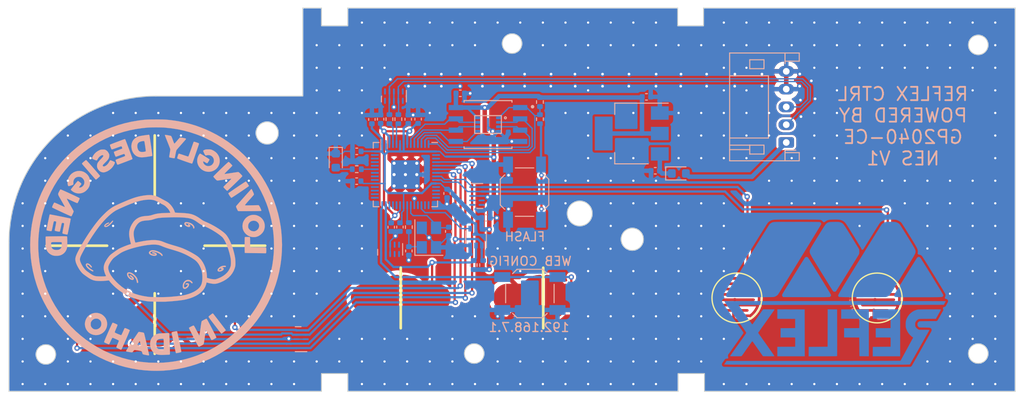
<source format=kicad_pcb>
(kicad_pcb (version 20221018) (generator pcbnew)
  (title_block (title "Nintendo OEM SNES Controller Replacement PCB") (date "2022-10-20") (rev "4a") (comment 1 "http://creativecommons.org/licenses/by-sa/4.0") (comment 2 "Attribution-ShareAlike v4.0 license.") (comment 3 "This document describes Open Hardware and is licensed under the Creative Commons") (comment 4 "(c) 2022 Bob Taylor"))
  (layers (0 "F.Cu" signal "Front") (31 "B.Cu" signal "Back") (34 "B.Paste" user) (35 "F.Paste" user) (36 "B.SilkS" user "B.Silkscreen") (37 "F.SilkS" user "F.Silkscreen") (38 "B.Mask" user) (39 "F.Mask" user) (44 "Edge.Cuts" user))
  (net 0 "")
  (net 1 "GND")
  (net 2 "+5V")
  (net 3 "+3V3")
  (net 4 "Net-(C3-Pad2)")
  (net 5 "/XIN")
  (net 6 "+1V1")
  (net 7 "/VBUS")
  (net 8 "/USB_D+")
  (net 9 "/USB_D-")
  (net 10 "/L")
  (net 11 "/R")
  (net 12 "/START")
  (net 13 "/QSPI_SS")
  (net 14 "/XOUT")
  (net 15 "/DR_+")
  (net 16 "/DR_-")
  (net 17 "Net-(U4-GPIO25)")
  (net 18 "/UP")
  (net 19 "/DOWN")
  (net 20 "/LEFT")
  (net 21 "/RIGHT")
  (net 22 "/SELECT")
  (net 23 "/Y")
  (net 24 "/B")
  (net 25 "/X")
  (net 26 "/A")
  (net 27 "/HOME")
  (net 28 "/QSPI_SD1")
  (net 29 "/QSPI_SD2")
  (net 30 "/QSPI_SD0")
  (net 31 "/QSPI_SCLK")
  (net 32 "/QSPI_SD3")
  (net 33 "/SDA")
  (net 34 "/SCL")
  (net 35 "/3K")
  (net 36 "/4K")
  (net 37 "/3P")
  (net 38 "/4P")
  (net 39 "/TURBO")
  (net 40 "/TURBO_LED")
  (net 41 "/SWCLK")
  (net 42 "/SWDIO")
  (net 43 "/RUN")
  (net 44 "/TP")
  (net 45 "/GPIO22_3V3")
  (net 46 "/GPIO23_3V3")
  (net 47 "/GPIO24")
  (net 48 "/RS_TOGGLE")
  (net 49 "/LS_TOGGLE")
  (net 50 "/RGB")
  (net 51 "/GPIO29_ADC3")
  (net 52 "/~{USB_BOOT}")
  (net 53 "Net-(D2-A)")
  (footprint "VideoGames:MiSTer_Addons_MA_15mm" (layer "F.Cu") (at 201.30296 108.074346)
    (fp_text reference "Ref**" hide)
    (fp_text value "Val**" hide)
  )
  (footprint "VideoGames:BTN_Controller_Dpad_0.3_0.3" (layer "F.Cu") (at 160 132.5)
    (fp_text reference "SW4" hide)
    (fp_text value "Button_Pad")
  )
  (footprint "VideoGames:BTN_Controller_Dpad_0.3_0.3" (layer "F.Cu") (at 144 132.5)
    (fp_text reference "SW5" hide)
    (fp_text value "Button_Pad")
  )
  (footprint "VideoGames:BTN_Controller_Dpad_0.3_0.3" (layer "F.Cu") (at 116.375 117.625)
    (fp_text reference "SW3" hide)
    (fp_text value "Button_Pad")
  )
  (footprint "VideoGames:Reflex_Copper_20mm" (layer "F.Cu") (at 196.303816 115.26)
    (fp_text reference "Ref**" hide)
    (fp_text value "Val**" hide)
  )
  (footprint "VideoGames:BTN_Controller_5mm_0.3_0.3" (layer "F.Cu") (at 197.5 132.5)
    (fp_text reference "SW11" hide)
    (fp_text value "Button_Pad")
  )
  (footprint "VideoGames:BTN_Controller_Dpad_0.3_0.3" (layer "F.Cu") (at 116.375 135.375)
    (fp_text reference "SW2" hide)
    (fp_text value "Button_Pad")
  )
  (footprint "VideoGames:BTN_Controller_Dpad_0.3_0.3" (layer "F.Cu") (at 107.625 126.625 90)
    (fp_text reference "SW1" hide)
    (fp_text value "Button_Pad")
  )
  (footprint "VideoGames:BTN_Controller_5mm_0.3_0.3" (layer "F.Cu") (at 181.75 132.5)
    (fp_text reference locked "SW7" hide)
    (fp_text value "Button_Pad")
  )
  (footprint "VideoGames:BTN_Controller_Dpad_0.3_0.3" (layer "F.Cu") (at 125.375 126.625 90)
    (fp_text reference "SW0" hide)
    (fp_text value "Button_Pad")
  )
  (footprint "Package_TO_SOT_SMD:SOT-223-3_TabPin2" (layer "B.Cu") (at 169.94 114.01 180)
    (fp_text reference "U3")
    (fp_text value "AMS1117-3.3")
  )
  (footprint "Capacitor_SMD:C_0402_1005Metric" (layer "B.Cu") (at 139.05 119.365 180)
    (fp_text reference "C11")
    (fp_text value "100n")
  )
  (footprint "Capacitor_SMD:C_0402_1005Metric" (layer "B.Cu") (at 150.686681 109.491286)
    (fp_text reference "C5")
    (fp_text value "100n")
  )
  (footprint "Package_DFN_QFN:UDFN-10_1.35x2.6mm_P0.5mm" (layer "B.Cu") (at 132.805 137.135664 180)
    (fp_text reference "U2")
    (fp_text value "TVS_RCLAMP0524P-N")
  )
  (footprint "Resistor_SMD:R_0402_1005Metric" (layer "B.Cu") (at 144.91 124.535 -90)
    (fp_text reference "R5")
    (fp_text value "1K")
  )
  (footprint "VideoGames_KiCad6:Idaho_XL" (layer "B.Cu") (at 114.954906 131.932337 180)
    (fp_text reference "Ref**" hide)
    (fp_text value "Val**" hide)
  )
  (footprint "Package_DFN_QFN:UDFN-10_1.35x2.6mm_P0.5mm" (layer "B.Cu") (at 142.81 127.035 -90)
    (fp_text reference "U5")
    (fp_text value "TVS_RCLAMP0524P-N")
  )
  (footprint "Button_Switch_SMD:SW_SPST_SKQG_WithStem" (layer "B.Cu") (at 158.5 132 180)
    (fp_text reference "SW6")
    (fp_text value "SW_Push")
  )
  (footprint "Resistor_SMD:R_0402_1005Metric" (layer "B.Cu") (at 139.06 118.025)
    (fp_text reference "R8")
    (fp_text value "1K")
  )
  (footprint "Resistor_SMD:R_0402_1005Metric" (layer "B.Cu") (at 142.73 112.395505 -90)
    (fp_text reference "R7")
    (fp_text value "27")
  )
  (footprint "Capacitor_SMD:C_0402_1005Metric" (layer "B.Cu") (at 139.06 116.015 180)
    (fp_text reference "C9")
    (fp_text value "100n")
  )
  (footprint "Button_Switch_SMD:SW_SPST_SKQG_WithStem" (layer "B.Cu") (at 157.9 120.6 -90)
    (fp_text reference "SW8")
    (fp_text value "SW_Push")
  )
  (footprint "Connector_JST:JST_PH_S5B-PH-K_1x05_P2.00mm_Horizontal" (layer "B.Cu") (at 187.29 115.02 90)
    (fp_text reference "J5")
    (fp_text value "Conn_01x05")
  )
  (footprint "Capacitor_SMD:C_0402_1005Metric" (layer "B.Cu") (at 149.2025 120.750505 -90)
    (fp_text reference "C12")
    (fp_text value "100n")
  )
  (footprint "Capacitor_SMD:C_0402_1005Metric" (layer "B.Cu") (at 171.59 109.89)
    (fp_text reference "C2")
    (fp_text value "10u")
  )
  (footprint "Capacitor_SMD:C_0402_1005Metric" (layer "B.Cu") (at 153.57 123.49)
    (fp_text reference "C15")
    (fp_text value "10u")
  )
  (footprint "Capacitor_SMD:C_0402_1005Metric" (layer "B.Cu") (at 144.84 112.405 90)
    (fp_text reference "C13")
    (fp_text value "100n")
  )
  (footprint "Package_DFN_QFN:UDFN-10_1.35x2.6mm_P0.5mm" (layer "B.Cu") (at 143.23 109.81 -90)
    (fp_text reference "U6")
    (fp_text value "TVS_RCLAMP0524P-N")
  )
  (footprint "Resistor_SMD:R_0402_1005Metric" (layer "B.Cu") (at 159.63 110.469326 -90)
    (fp_text reference "R4")
    (fp_text value "10K")
  )
  (footprint "VideoGames:MiSTer_Addons_MA_25mm" (layer "B.Cu") (at 192.724572 126.506538 180)
    (fp_text reference "Ref**" hide)
    (fp_text value "Val**" hide)
  )
  (footprint "Package_DFN_QFN:UDFN-10_1.35x2.6mm_P0.5mm" (layer "B.Cu") (at 152.56 121.035)
    (fp_text reference "U1")
    (fp_text value "TVS_RCLAMP0524P-N")
  )
  (footprint "Resistor_SMD:R_0402_1005Metric" (layer "B.Cu") (at 143.73 112.395505 -90)
    (fp_text reference "R6")
    (fp_text value "27")
  )
  (footprint "Capacitor_SMD:C_0402_1005Metric" (layer "B.Cu") (at 140.76 112.425 90)
    (fp_text reference "C10")
    (fp_text value "1u")
  )
  (footprint "LED_SMD:LED_0603_1608Metric" (layer "B.Cu") (at 136.705 117.0575 -90)
    (fp_text reference "D2")
    (fp_text value "LED")
  )
  (footprint "Diode_SMD:D_0603_1608Metric" (layer "B.Cu") (at 175.23 118.5)
    (fp_text reference "D1")
    (fp_text value "SCHOTTKY DIODE")
  )
  (footprint "VideoGames:Reflex_Copper_30mm" (layer "B.Cu") (at 202.359084 135.137153 180)
    (fp_text reference "Ref**" hide)
    (fp_text value "Val**" hide)
  )
  (footprint "Capacitor_SMD:C_0402_1005Metric" (layer "B.Cu") (at 144.91 127.215 90)
    (fp_text reference "C3")
    (fp_text value "27p")
  )
  (footprint "Package_TO_SOT_SMD:SOT-353_SC-70-5" (layer "B.Cu") (at 152.45 125.65 90)
    (fp_text reference "U8")
    (fp_text value "74AHC1G32")
  )
  (footprint "Resistor_SMD:R_0402_1005Metric" (layer "B.Cu") (at 153.25 128.801332 90)
    (fp_text reference "R10")
    (fp_text value "10K")
  )
  (footprint "VideoGames:RPI_SPI_Flash_Universal_W25Q16" (layer "B.Cu") (at 153.800821 112.999125 180)
    (fp_text reference "FLASH1")
    (fp_text value "W25Q16")
  )
  (footprint "Crystal:Crystal_SMD_SeikoEpson_TSX3225-4Pin_3.2x2.5mm" (layer "B.Cu") (at 147.16 125.71 90)
    (fp_text reference "Y1")
    (fp_text value "Crystal_GND24_Small")
  )
  (footprint "Capacitor_SMD:C_0402_1005Metric" (layer "B.Cu") (at 143.91 124.53 -90)
    (fp_text reference "C14")
    (fp_text value "100n")
  )
  (footprint "Capacitor_SMD:C_0402_1005Metric" (layer "B.Cu") (at 149.39 125.02 90)
    (fp_text reference "C4")
    (fp_text value "27p")
  )
  (footprint "VideoGames_KiCad6:RP2040-QFN-56" (layer "B.Cu") (at 144.525 118.630505 180)
    (fp_text reference "U4")
    (fp_text value "RP2040")
  )
  (footprint "Capacitor_SMD:C_0402_1005Metric" (layer "B.Cu") (at 141.74 112.395 90)
    (fp_text reference "C8")
    (fp_text value "1u")
  )
  (footprint "Capacitor_SMD:C_0402_1005Metric" (layer "B.Cu") (at 172.58 118.2 180)
    (fp_text reference "C1")
    (fp_text value "10u")
  )
  (footprint "Resistor_SMD:R_0402_1005Metric" (layer "B.Cu") (at 159.63 112.4 -90)
    (fp_text reference "R3")
    (fp_text value "1K")
  )
  (footprint "Resistor_SMD:R_0402_1005Metric" (layer "B.Cu") (at 152.19 128.801332 90)
    (fp_text reference "R9")
    (fp_text value "10K")
  )
  (footprint "Capacitor_SMD:C_0402_1005Metric" (layer "B.Cu") (at 145.95 112.395 90)
    (fp_text reference "C7")
    (fp_text value "100n")
  )
  (footprint "Capacitor_SMD:C_0402_1005Metric" (layer "B.Cu") (at 142.93 124.54 -90)
    (fp_text reference "C6")
    (fp_text value "100n")
  )
  (gr_circle locked (center 116.5 126.5) (end 119.5 126.5) (stroke (width 0.15)) (fill solid) (layer "F.Cu"))
  (gr_circle locked (center 208.85 104.05) (end 209.95 104.05) (stroke (width 0.1)) (fill none) (layer "Edge.Cuts"))
  (gr_circle locked (center 208.85 138.75) (end 209.95 138.75) (stroke (width 0.1)) (fill none) (layer "Edge.Cuts"))
  (gr_line locked (start 138.05 143) (end 175.15 143) (stroke (width 0.1)) (layer "Edge.Cuts"))
  (gr_line locked (start 178.1 143) (end 213 143) (stroke (width 0.1)) (layer "Edge.Cuts"))
  (gr_line locked (start 175.15 143) (end 175.15 141) (stroke (width 0.1)) (layer "Edge.Cuts"))
  (gr_line locked (start 178.1 141) (end 178.1 143) (stroke (width 0.1)) (layer "Edge.Cuts"))
  (gr_arc locked (start 100 126.3) (mid 104.832738 114.632738) (end 116.5 109.8) (stroke (width 0.1)) (layer "Edge.Cuts"))
  (gr_line locked (start 213 99.9) (end 178 99.9) (stroke (width 0.1)) (layer "Edge.Cuts"))
  (gr_circle locked (center 129 113.95) (end 130.25 113.95) (stroke (width 0.1)) (fill none) (layer "Edge.Cuts"))
  (gr_circle locked (center 164.1 123) (end 165.5 123) (stroke (width 0.1)) (fill none) (layer "Edge.Cuts"))
  (gr_line locked (start 135.1 101.9) (end 135.1 99.9) (stroke (width 0.1)) (layer "Edge.Cuts"))
  (gr_line locked (start 138.05 141) (end 138.05 143) (stroke (width 0.1)) (layer "Edge.Cuts"))
  (gr_circle locked (center 156.5 103.9) (end 157.6 103.9) (stroke (width 0.1)) (fill none) (layer "Edge.Cuts"))
  (gr_line locked (start 213 143) (end 213 99.9) (stroke (width 0.1)) (layer "Edge.Cuts"))
  (gr_line locked (start 135.1 143) (end 135.1 141) (stroke (width 0.1)) (layer "Edge.Cuts"))
  (gr_circle locked (center 152.25 138.75) (end 153.35 138.75) (stroke (width 0.1)) (fill none) (layer "Edge.Cuts"))
  (gr_line locked (start 175.1 99.9) (end 138.05 99.9) (stroke (width 0.1)) (layer "Edge.Cuts"))
  (gr_line locked (start 135.1 99.9) (end 133 99.9) (stroke (width 0.1)) (layer "Edge.Cuts"))
  (gr_line locked (start 135.1 141) (end 138.05 141) (stroke (width 0.1)) (layer "Edge.Cuts"))
  (gr_line locked (start 100 143) (end 135.1 143) (stroke (width 0.1)) (layer "Edge.Cuts"))
  (gr_line locked (start 100 126.3) (end 100 143) (stroke (width 0.1)) (layer "Edge.Cuts"))
  (gr_line locked (start 175.1 101.9) (end 175.1 99.9) (stroke (width 0.1)) (layer "Edge.Cuts"))
  (gr_circle locked (center 170 125.9) (end 171.25 125.9) (stroke (width 0.1)) (fill none) (layer "Edge.Cuts"))
  (gr_line locked (start 138.05 99.9) (end 138.05 101.9) (stroke (width 0.1)) (layer "Edge.Cuts"))
  (gr_line locked (start 133 99.9) (end 133 109.8) (stroke (width 0.1)) (layer "Edge.Cuts"))
  (gr_circle locked (center 104.15 138.85) (end 105.25 138.85) (stroke (width 0.1)) (fill none) (layer "Edge.Cuts"))
  (gr_line locked (start 178 99.9) (end 178 101.9) (stroke (width 0.1)) (layer "Edge.Cuts"))
  (gr_line locked (start 175.15 141) (end 178.1 141) (stroke (width 0.1)) (layer "Edge.Cuts"))
  (gr_line locked (start 138.05 101.9) (end 135.1 101.9) (stroke (width 0.1)) (layer "Edge.Cuts"))
  (gr_line locked (start 178 101.9) (end 175.1 101.9) (stroke (width 0.1)) (layer "Edge.Cuts"))
  (gr_line locked (start 133 109.8) (end 116.5 109.8) (stroke (width 0.1)) (layer "Edge.Cuts"))
  (gr_text "WEB CONFIG" (at 158.56 128.95) (layer "B.SilkS") (effects (font (size 1 1)) (justify bottom mirror)))
  (gr_text "REFLEX CTRL\nPOWERED BY\nGP2040-CE\nNES V1" (at 200.4 117.7) (layer "B.SilkS") (effects (font (size 1.5 1.5) (thickness 0.2)) (justify bottom mirror)))
  (gr_text "192.168.7.1" (at 158.4 136.398) (layer "B.SilkS") (effects (font (size 1 1)) (justify bottom mirror)))
  (gr_text "FLASH" (at 160.3 126.2) (layer "B.SilkS") (effects (font (size 1 1)) (justify left bottom mirror)))
  (segment (start 144.525 118.630505) (end 144.525 119.905505) (width 0.5) (layer "F.Cu") (net 1))
  (segment (start 144.525 117.355505) (end 144.525 118.630505) (width 0.5) (layer "F.Cu") (net 1))
  (segment (start 143.25 117.355505) (end 145.8 117.355505) (width 0.5) (layer "F.Cu") (net 1))
  (segment (start 143.25 117.355505) (end 143.25 119.905505) (width 0.5) (layer "F.Cu") (net 1))
  (segment (start 145.8 119.905505) (end 145.8 117.385) (width 0.5) (layer "F.Cu") (net 1))
  (segment (start 143.25 119.905505) (end 145.8 119.905505) (width 0.5) (layer "F.Cu") (net 1))
  (segment (start 145.8 118.630505) (end 143.25 118.630505) (width 0.5) (layer "F.Cu") (net 1))
  (via (at 147.26 137.1) (size 0.508) (drill 0.254) (layers "F.Cu" "B.Cu") (net 1))
  (via (at 205.68 137.1) (size 0.508) (drill 0.254) (layers "F.Cu" "B.Cu") (net 1))
  (via (at 190.44 116.78) (size 0.508) (drill 0.254) (layers "F.Cu" "B.Cu") (net 1))
  (via (at 144.9 128.24) (size 0.6) (drill 0.3) (layers "F.Cu" "B.Cu") (net 1))
  (via (at 175.2 139.64) (size 0.508) (drill 0.254) (layers "F.Cu" "B.Cu") (net 1))
  (via (at 109.16 114.24) (size 0.508) (drill 0.254) (layers "F.Cu" "B.Cu") (net 1))
  (via (at 154.88 101.54) (size 0.508) (drill 0.254) (layers "F.Cu" "B.Cu") (net 1))
  (via (at 182.82 104.08) (size 0.508) (drill 0.254) (layers "F.Cu" "B.Cu") (net 1))
  (via (at 177.74 124.4) (size 0.508) (drill 0.254) (layers "F.Cu" "B.Cu") (net 1))
  (via (at 129.48 111.7) (size 0.508) (drill 0.254) (layers "F.Cu" "B.Cu") (net 1))
  (via (at 170.12 134.56) (size 0.508) (drill 0.254) (layers "F.Cu" "B.Cu") (net 1))
  (via (at 200.6 101.54) (size 0.508) (drill 0.254) (layers "F.Cu" "B.Cu") (net 1))
  (via (at 147.26 101.54) (size 0.508) (drill 0.254) (layers "F.Cu" "B.Cu") (net 1))
  (via (at 192.98 121.86) (size 0.508) (drill 0.254) (layers "F.Cu" "B.Cu") (net 1))
  (via (at 129.48 132.02) (size 0.508) (drill 0.254) (layers "F.Cu" "B.Cu") (net 1))
  (via (at 154.33 113.75) (size 0.6) (drill 0.3) (layers "F.Cu" "B.Cu") (net 1))
  (via (at 208.22 134.56) (size 0.508) (drill 0.254) (layers "F.Cu" "B.Cu") (net 1))
  (via (at 185.36 101.54) (size 0.508) (drill 0.254) (layers "F.Cu" "B.Cu") (net 1))
  (via (at 121.86 111.7) (size 0.508) (drill 0.254) (layers "F.Cu" "B.Cu") (net 1))
  (via (at 192.98 106.62) (size 0.508) (drill 0.254) (layers "F.Cu" "B.Cu") (net 1))
  (via (at 185.36 111.7) (size 0.508) (drill 0.254) (layers "F.Cu" "B.Cu") (net 1))
  (via (at 137.1 106.62) (size 0.508) (drill 0.254) (layers "F.Cu" "B.Cu") (net 1))
  (via (at 177.74 137.1) (size 0.508) (drill 0.254) (layers "F.Cu" "B.Cu") (net 1))
  (via (at 187.9 119.32) (size 0.508) (drill 0.254) (layers "F.Cu" "B.Cu") (net 1))
  (via (at 139.64 104.08) (size 0.508) (drill 0.254) (layers "F.Cu" "B.Cu") (net 1))
  (via (at 154.88 139.64) (size 0.508) (drill 0.254) (layers "F.Cu" "B.Cu") (net 1))
  (via (at 182.82 114.24) (size 0.508) (drill 0.254) (layers "F.Cu" "B.Cu") (net 1))
  (via (at 124.4 114.24) (size 0.508) (drill 0.254) (layers "F.Cu" "B.Cu") (net 1))
  (via (at 156.1 122.5) (size 0.6) (drill 0.3) (layers "F.Cu" "B.Cu") (net 1))
  (via (at 119.32 129.48) (size 0.508) (drill 0.254) (layers "F.Cu" "B.Cu") (net 1))
  (via (at 126.94 139.64) (size 0.508) (drill 0.254) (layers "F.Cu" "B.Cu") (net 1))
  (via (at 155.47 108.693628) (size 0.6) (drill 0.3) (layers "F.Cu" "B.Cu") (net 1))
  (via (at 134.56 121.86) (size 0.508) (drill 0.254) (layers "F.Cu" "B.Cu") (net 1))
  (via (at 132.02 124.4) (size 0.508) (drill 0.254) (layers "F.Cu" "B.Cu") (net 1))
  (via (at 159.96 139.64) (size 0.508) (drill 0.254) (layers "F.Cu" "B.Cu") (net 1))
  (via (at 170.12 139.64) (size 0.508) (drill 0.254) (layers "F.Cu" "B.Cu") (net 1))
  (via (at 182.82 111.7) (size 0.508) (drill 0.254) (layers "F.Cu" "B.Cu") (net 1))
  (via (at 157.42 129.48) (size 0.508) (drill 0.254) (layers "F.Cu" "B.Cu") (net 1))
  (via (at 147.178892 125.712163) (size 0.6) (drill 0.3) (layers "F.Cu" "B.Cu") (net 1))
  (via (at 129.48 142.18) (size 0.508) (drill 0.254) (layers "F.Cu" "B.Cu") (net 1))
  (via (at 203.14 119.32) (size 0.508) (drill 0.254) (layers "F.Cu" "B.Cu") (net 1))
  (via (at 172.66 121.86) (size 0.508) (drill 0.254) (layers "F.Cu" "B.Cu") (net 1))
  (via (at 121.86 129.48) (size 0.508) (drill 0.254) (layers "F.Cu" "B.Cu") (net 1))
  (via (at 172.66 139.64) (size 0.508) (drill 0.254) (layers "F.Cu" "B.Cu") (net 1))
  (via (at 195.52 142.18) (size 0.508) (drill 0.254) (layers "F.Cu" "B.Cu") (net 1))
  (via (at 170.12 101.54) (size 0.508) (drill 0.254) (layers "F.Cu" "B.Cu") (net 1))
  (via (at 208.22 109.16) (size 0.508) (drill 0.254) (layers "F.Cu" "B.Cu") (net 1))
  (via (at 167.58 142.18) (size 0.508) (drill 0.254) (layers "F.Cu" "B.Cu") (net 1))
  (via (at 192.98 104.08) (size 0.508) (drill 0.254) (layers "F.Cu" "B.Cu") (net 1))
  (via (at 170.12 121.86) (size 0.508) (drill 0.254) (layers "F.Cu" "B.Cu") (net 1))
  (via (at 142.18 104.08) (size 0.508) (drill 0.254) (layers "F.Cu" "B.Cu") (net 1))
  (via (at 106.62 119.32) (size 0.508) (drill 0.254) (layers "F.Cu" "B.Cu") (net 1))
  (via (at 169.61 108.693628) (size 0.6) (drill 0.3) (layers "F.Cu" "B.Cu") (net 1))
  (via (at 175.2 104.08) (size 0.508) (drill 0.254) (layers "F.Cu" "B.Cu") (net 1))
  (via (at 150.66 107.332628) (size 0.6) (drill 0.3) (layers "F.Cu" "B.Cu") (net 1))
  (via (at 101.54 142.18) (size 0.508) (drill 0.254) (layers "F.Cu" "B.Cu") (net 1))
  (via (at 180.28 116.78) (size 0.508) (drill 0.254) (layers "F.Cu" "B.Cu") (net 1))
  (via (at 144.72 104.08) (size 0.508) (drill 0.254) (layers "F.Cu" "B.Cu") (net 1))
  (via (at 190.44 106.62) (size 0.508) (drill 0.254) (layers "F.Cu" "B.Cu") (net 1))
  (via (at 210.76 124.4) (size 0.508) (drill 0.254) (layers "F.Cu" "B.Cu") (net 1))
  (via (at 170.12 137.1) (size 0.508) (drill 0.254) (layers "F.Cu" "B.Cu") (net 1))
  (via (at 109.16 134.56) (size 0.508) (drill 0.254) (layers "F.Cu" "B.Cu") (net 1))
  (via (at 165.04 101.54) (size 0.508) (drill 0.254) (layers "F.Cu" "B.Cu") (net 1))
  (via (at 156.1 118.7) (size 0.6) (drill 0.3) (layers "F.Cu" "B.Cu") (net 1))
  (via (at 167.58 104.08) (size 0.508) (drill 0.254) (layers "F.Cu" "B.Cu") (net 1))
  (via (at 126.94 134.56) (size 0.508) (drill 0.254) (layers "F.Cu" "B.Cu") (net 1))
  (via (at 154.88 137.1) (size 0.508) (drill 0.254) (layers "F.Cu" "B.Cu") (net 1))
  (via (at 149.8 142.18) (size 0.508) (drill 0.254) (layers "F.Cu" "B.Cu") (net 1))
  (via (at 172.66 132.02) (size 0.508) (drill 0.254) (layers "F.Cu" "B.Cu") (net 1))
  (via (at 165.04 139.64) (size 0.508) (drill 0.254) (layers "F.Cu" "B.Cu") (net 1))
  (via (at 203.14 139.64) (size 0.508) (drill 0.254) (layers "F.Cu" "B.Cu") (net 1))
  (via (at 111.7 121.86) (size 0.508) (drill 0.254) (layers "F.Cu" "B.Cu") (net 1))
  (via (at 172.66 137.1) (size 0.508) (drill 0.254) (layers "F.Cu" "B.Cu") (net 1))
  (via (at 165.04 137.1) (size 0.508) (drill 0.254) (layers "F.Cu" "B.Cu") (net 1))
  (via (at 167.58 137.1) (size 0.508) (drill 0.254) (layers "F.Cu" "B.Cu") (net 1))
  (via (at 142.828812 107.918812) (size 0.6) (drill 0.3) (layers "F.Cu" "B.Cu") (net 1))
  (via (at 137.1 126.94) (size 0.508) (drill 0.254) (layers "F.Cu" "B.Cu") (net 1))
  (via (at 167.58 121.86) (size 0.508) (drill 0.254) (layers "F.Cu" "B.Cu") (net 1))
  (via (at 170.12 129.48) (size 0.508) (drill 0.254) (layers "F.Cu" "B.Cu") (net 1))
  (via (at 170.12 142.18) (size 0.508) (drill 0.254) (layers "F.Cu" "B.Cu") (net 1))
  (via (at 172.65 129.48) (size 0.508) (drill 0.254) (layers "F.Cu" "B.Cu") (net 1))
  (via (at 116.78 132.02) (size 0.508) (drill 0.254) (layers "F.Cu" "B.Cu") (net 1))
  (via (at 139.64 137.1) (size 0.508) (drill 0.254) (layers "F.Cu" "B.Cu") (net 1))
  (via (at 129.48 116.78) (size 0.508) (drill 0.254) (layers "F.Cu" "B.Cu") (net 1))
  (via (at 142.18 142.18) (size 0.508) (drill 0.254) (layers "F.Cu" "B.Cu") (net 1))
  (via (at 208.22 142.18) (size 0.508) (drill 0.254) (layers "F.Cu" "B.Cu") (net 1))
  (via (at 192.98 114.24) (size 0.508) (drill 0.254) (layers "F.Cu" "B.Cu") (net 1))
  (via (at 175.44 108.693628) (size 0.6) (drill 0.3) (layers "F.Cu" "B.Cu") (net 1))
  (via (at 175.2 121.86) (size 0.508) (drill 0.254) (layers "F.Cu" "B.Cu") (net 1))
  (via (at 210.76 142.18) (size 0.508) (drill 0.254) (layers "F.Cu" "B.Cu") (net 1))
  (via (at 162.5 121.86) (size 0.508) (drill 0.254) (layers "F.Cu" "B.Cu") (net 1))
  (via (at 192.98 142.18) (size 0.508) (drill 0.254) (layers "F.Cu" "B.Cu") (net 1))
  (via (at 116.78 139.64) (size 0.508) (drill 0.254) (layers "F.Cu" "B.Cu") (net 1))
  (via (at 205.68 126.94) (size 0.508) (drill 0.254) (layers "F.Cu" "B.Cu") (net 1))
  (via (at 106.62 139.64) (size 0.508) (drill 0.254) (layers "F.Cu" "B.Cu") (net 1))
  (via (at 144.87 108.693628) (size 0.6) (drill 0.3) (layers "F.Cu" "B.Cu") (net 1))
  (via (at 167.58 116.78) (size 0.508) (drill 0.254) (layers "F.Cu" "B.Cu") (net 1))
  (via (at 180.28 101.54) (size 0.508) (drill 0.254) (layers "F.Cu" "B.Cu") (net 1))
  (via (at 198.06 104.08) (size 0.508) (drill 0.254) (layers "F.Cu" "B.Cu") (net 1))
  (via (at 154.78 123.49) (size 0.6) (drill 0.3) (layers "F.Cu" "B.Cu") (net 1))
  (via (at 114.24 114.24) (size 0.508) (drill 0.254) (layers "F.Cu" "B.Cu") (net 1))
  (via (at 134.56 106.62) (size 0.508) (drill 0.254) (layers "F.Cu" "B.Cu") (net 1))
  (via (at 132.02 142.18) (size 0.508) (drill 0.254) (layers "F.Cu" "B.Cu") (net 1))
  (via (at 129.48 124.4) (size 0.508) (drill 0.254) (layers "F.Cu" "B.Cu") (net 1))
  (via (at 119.32 114.24) (size 0.508) (drill 0.254) (layers "F.Cu" "B.Cu") (net 1))
  (via (at 185.36 119.32) (size 0.508) (drill 0.254) (layers "F.Cu" "B.Cu") (net 1))
  (via (at 152.34 142.18) (size 0.508) (drill 0.254) (layers "F.Cu" "B.Cu") (net 1))
  (via (at 165.04 129.48) (size 0.508) (drill 0.254) (layers "F.Cu" "B.Cu") (net 1))
  (via (at 104.08 126.94) (size 0.508) (drill 0.254) (layers "F.Cu" "B.Cu") (net 1))
  (via (at 111.7 142.18) (size 0.508) (drill 0.254) (layers "F.Cu" "B.Cu") (net 1))
  (via (at 165.04 116.78) (size 0.508) (drill 0.254) (layers "F.Cu" "B.Cu") (net 1))
  (via (at 205.68 142.18) (size 0.508) (drill 0.254) (layers "F.Cu" "B.Cu") (net 1))
  (via (at 167.58 134.56) (size 0.508) (drill 0.254) (layers "F.Cu" "B.Cu") (net 1))
  (via (at 175.2 137.1) (size 0.508) (drill 0.254) (layers "F.Cu" "B.Cu") (net 1))
  (via (at 208.22 101.54) (size 0.508) (drill 0.254) (layers "F.Cu" "B.Cu") (net 1))
  (via (at 162.5 137.1) (size 0.508) (drill 0.254) (layers "F.Cu" "B.Cu") (net 1))
  (via (at 205.68 104.08) (size 0.508) (drill 0.254) (layers "F.Cu" "B.Cu") (net 1))
  (via (at 109.16 142.18) (size 0.508) (drill 0.254) (layers "F.Cu" "B.Cu") (net 1))
  (via (at 167.56 126.97) (size 0.508) (drill 0.254) (layers "F.Cu" "B.Cu") (net 1))
  (via (at 142.18 137.1) (size 0.508) (drill 0.254) (layers "F.Cu" "B.Cu") (net 1))
  (via (at 111.7 132.02) (size 0.508) (drill 0.254) (layers "F.Cu" "B.Cu") (net 1))
  (via (at 104.08 142.18) (size 0.508) (drill 0.254) (layers "F.Cu" "B.Cu") (net 1))
  (via (at 159.96 142.18) (size 0.508) (drill 0.254) (layers "F.Cu" "B.Cu") (net 1))
  (via (at 139.64 109.16) (size 0.508) (drill 0.254) (layers "F.Cu" "B.Cu") (net 1))
  (via (at 205.68 106.62) (size 0.508) (drill 0.254) (layers "F.Cu" "B.Cu") (net 1))
  (via (at 190.44 121.86) (size 0.508) (drill 0.254) (layers "F.Cu" "B.Cu") (net 1))
  (via (at 139.64 142.18) (size 0.508) (drill 0.254) (layers "F.Cu" "B.Cu") (net 1))
  (via (at 166.66 108.693628) (size 0.6) (drill 0.3) (layers "F.Cu" "B.Cu") (net 1))
  (via (at 190.109374 108.08804) (size 0.6) (drill 0.3) (layers "F.Cu" "B.Cu") (net 1))
  (via (at 144.72 139.64) (size 0.508) (drill 0.254) (layers "F.Cu" "B.Cu") (net 1))
  (via (at 180.28 106.62) (size 0.508) (drill 0.254) (layers "F.Cu" "B.Cu") (net 1))
  (via (at 111.7 111.7) (size 0.508) (drill 0.254) (layers "F.Cu" "B.Cu") (net 1))
  (via (at 149.8 101.54) (size 0.508) (drill 0.254) (layers "F.Cu" "B.Cu") (net 1))
  (via (at 208.22 106.62) (size 0.508) (drill 0.254) (layers "F.Cu" "B.Cu") (net 1))
  (via (at 109.16 137.1) (size 0.508) (drill 0.254) (layers "F.Cu" "B.Cu") (net 1))
  (via (at 177.74 132.02) (size 0.508) (drill 0.254) (layers "F.Cu" "B.Cu") (net 1))
  (via (at 195.52 106.62) (size 0.508) (drill 0.254) (layers "F.Cu" "B.Cu") (net 1))
  (via (at 154.88 142.18) (size 0.508) (drill 0.254) (layers "F.Cu" "B.Cu") (net 1))
  (via (at 101.54 139.64) (size 0.508) (drill 0.254) (layers "F.Cu" "B.Cu") (net 1))
  (via (at 139.64 129.48) (size 0.508) (drill 0.254) (layers "F.Cu" "B.Cu") (net 1))
  (via (at 165.04 119.32) (size 0.508) (drill 0.254) (layers "F.Cu" "B.Cu") (net 1))
  (via (at 121.86 124.4) (size 0.508) (drill 0.254) (layers "F.Cu" "B.Cu") (net 1))
  (via (at 139.64 111.7) (size 0.508) (drill 0.254) (layers "F.Cu" "B.Cu") (net 1))
  (via (at 165.04 134.56) (size 0.508) (drill 0.254) (layers "F.Cu" "B.Cu") (net 1))
  (via (at 203.14 126.94) (size 0.508) (drill 0.254) (layers "F.Cu" "B.Cu") (net 1))
  (via (at 157.42 139.64) (size 0.508) (drill 0.254) (layers "F.Cu" "B.Cu") (net 1))
  (via (at 188.87605 110.25605) (size 0.6) (drill 0.3) (layers "F.Cu" "B.Cu") (net 1))
  (via (at 148.56 108.693628) (size 0.6) (drill 0.3) (layers "F.Cu" "B.Cu") (net 1))
  (via (at 190.44 101.54) (size 0.508) (drill 0.254) (layers "F.Cu" "B.Cu") (net 1))
  (via (at 129.48 139.64) (size 0.508) (drill 0.254) (layers "F.Cu" "B.Cu") (net 1))
  (via (at 145.39 111.93) (size 0.6) (drill 0.3) (layers "F.Cu" "B.Cu") (net 1))
  (via (at 205.68 134.56) (size 0.508) (drill 0.254) (layers "F.Cu" "B.Cu") (net 1))
  (via (at 132.02 139.64) (size 0.508) (drill 0.254) (layers "F.Cu" "B.Cu") (net 1))
  (via (at 126.94 111.7) (size 0.508) (drill 0.254) (layers "F.Cu" "B.Cu") (net 1))
  (via (at 147.26 111.7) (size 0.508) (drill 0.254) (layers "F.Cu" "B.Cu") (net 1))
  (via (at 210.76 134.56) (size 0.508) (drill 0.254) (layers "F.Cu" "B.Cu") (net 1))
  (via (at 129.48 119.32) (size 0.508) (drill 0.254) (layers "F.Cu" "B.Cu") (net 1))
  (via (at 106.62 142.18) (size 0.508) (drill 0.254) (layers "F.Cu" "B.Cu") (net 1))
  (via (at 190.44 119.32) (size 0.508) (drill 0.254) (layers "F.Cu" "B.Cu") (net 1))
  (via (at 157.91 108.693628) (size 0.6) (drill 0.3) (layers "F.Cu" "B.Cu") (net 1))
  (via (at 119.32 142.18) (size 0.508) (drill 0.254) (layers "F.Cu" "B.Cu") (net 1))
  (via (at 149.8 139.64) (size 0.508) (drill 0.254) (layers "F.Cu" "B.Cu") (net 1))
  (via (at 210.76 114.24) (size 0.508) (drill 0.254) (layers "F.Cu" "B.Cu") (net 1))
  (via (at 153.16 107.332628) (size 0.6) (drill 0.3) (layers "F.Cu" "B.Cu") (net 1))
  (via (at 165.04 109.16) (size 0.508) (drill 0.254) (layers "F.Cu" "B.Cu") (net 1))
  (via (at 137.1 119.32) (size 0.508) (drill 0.254) (layers "F.Cu" "B.Cu") (net 1))
  (via (at 208.22 124.4) (size 0.508) (drill 0.254) (layers "F.Cu" "B.Cu") (net 1))
  (via (at 177.74 134.56) (size 0.508) (drill 0.254) (layers "F.Cu" "B.Cu") (net 1))
  (via (at 200.6 106.62) (size 0.508) (drill 0.254) (layers "F.Cu" "B.Cu") (net 1))
  (via (at 198.06 106.62) (size 0.508) (drill 0.254) (layers "F.Cu" "B.Cu") (net 1))
  (via (at 210.76 101.54) (size 0.508) (drill 0.254) (layers "F.Cu" "B.Cu") (net 1))
  (via (at 167.58 124.4) (size 0.508) (drill 0.254) (layers "F.Cu" "B.Cu") (net 1))
  (via (at 187.9 121.86) (size 0.508) (drill 0.254) (layers "F.Cu" "B.Cu") (net 1))
  (via (at 190.44 142.18) (size 0.508) (drill 0.254) (layers "F.Cu" "B.Cu") (net 1))
  (via (at 137.1 114.24) (size 0.508) (drill 0.254) (layers "F.Cu" "B.Cu") (net 1))
  (via (at 175.2 134.56) (size 0.508) (drill 0.254) (layers "F.Cu" "B.Cu") (net 1))
  (via (at 111.7 114.24) (size 0.508) (drill 0.254) (layers "F.Cu" "B.Cu") (net 1))
  (via (at 190.5281 110.11) (size 0.6) (drill 0.3) (layers "F.Cu" "B.Cu") (net 1))
  (via (at 157.91 107.332628) (size 0.6) (drill 0.3) (layers "F.Cu" "B.Cu") (net 1))
  (via (at 172.66 119.32) (size 0.508) (drill 0.254) (layers "F.Cu" "B.Cu") (net 1))
  (via (at 178.35 107.332628) (size 0.6) (drill 0.3) (layers "F.Cu" "B.Cu") (net 1))
  (via (at 203.14 121.86) (size 0.508) (drill 0.254) (layers "F.Cu" "B.Cu") (net 1))
  (via (at 132.02 114.24) (size 0.508) (drill 0.254) (layers "F.Cu" "B.Cu") (net 1))
  (via (at 106.62 137.1) (size 0.508) (drill 0.254) (layers "F.Cu" "B.Cu") (net 1))
  (via (at 188.789508 108.693628) (size 0.6) (drill 0.3) (layers "F.Cu" "B.Cu") (net 1))
  (via (at 152.34 101.54) (size 0.508) (drill 0.254) (layers "F.Cu" "B.Cu") (net 1))
  (via (at 203.14 101.54) (size 0.508) (drill 0.254) (layers "F.Cu" "B.Cu") (net 1))
  (via (at 210.76 104.08) (size 0.508) (drill 0.254) (layers "F.Cu" "B.Cu") (net 1))
  (via (at 137.1 129.48) (size 0.508) (drill 0.254) (layers "F.Cu" "B.Cu") (net 1))
  (via (at 180.28 104.08) (size 0.508) (drill 0.254) (layers "F.Cu" "B.Cu") (net 1))
  (via (at 101.54 124.4) (size 0.508) (drill 0.254) (layers "F.Cu" "B.Cu") (net 1))
  (via (at 167.58 139.64) (size 0.508) (drill 0.254) (layers "F.Cu" "B.Cu") (net 1))
  (via (at 137.1 104.08) (size 0.508) (drill 0.254) (layers "F.Cu" "B.Cu") (net 1))
  (via (at 192.98 111.7) (size 0.508) (drill 0.254) (layers "F.Cu" "B.Cu") (net 1))
  (via (at 195.52 119.32) (size 0.508) (drill 0.254) (layers "F.Cu" "B.Cu") (net 1))
  (via (at 187.9 142.18) (size 0.508) (drill 0.254) (layers "F.Cu" "B.Cu") (net 1))
  (via (at 132.02 116.78) (size 0.508) (drill 0.254) (layers "F.Cu" "B.Cu") (net 1))
  (via (at 205.68 139.64) (size 0.508) (drill 0.254) (layers "F.Cu" "B.Cu") (net 1))
  (via (at 175.2 129.48) (size 0.508) (drill 0.254) (layers "F.Cu" "B.Cu") (net 1))
  (via (at 180.28 121.86) (size 0.508) (drill 0.254) (layers "F.Cu" "B.Cu") (net 1))
  (via (at 154.88 126.94) (size 0.508) (drill 0.254) (layers "F.Cu" "B.Cu") (net 1))
  (via (at 121.86 121.86) (size 0.508) (drill 0.254) (layers "F.Cu" "B.Cu") (net 1))
  (via (at 152.34 134.56) (size 0.508) (drill 0.254) (layers "F.Cu" "B.Cu") (net 1))
  (via (at 137.1 139.64) (size 0.508) (drill 0.254) (layers "F.Cu" "B.Cu") (net 1))
  (via (at 134.56 119.32) (size 0.508) (drill 0.254) (layers "F.Cu" "B.Cu") (net 1))
  (via (at 203.14 142.18) (size 0.508) (drill 0.254) (layers "F.Cu" "B.Cu") (net 1))
  (via (at 155.46 107.332628) (size 0.6) (drill 0.3) (layers "F.Cu" "B.Cu") (net 1))
  (via (at 165.04 142.18) (size 0.508) (drill 0.254) (layers "F.Cu" "B.Cu") (net 1))
  (via (at 162.5 101.54) (size 0.508) (drill 0.254) (layers "F.Cu" "B.Cu") (net 1))
  (via (at 170.12 116.78) (size 0.508) (drill 0.254) (layers "F.Cu" "B.Cu") (net 1))
  (via (at 106.62 134.56) (size 0.508) (drill 0.254) (layers "F.Cu" "B.Cu") (net 1))
  (via (at 104.08 124.4) (size 0.508) (drill 0.254) (layers "F.Cu" "B.Cu") (net 1))
  (via (at 109.16 116.78) (size 0.508) (drill 0.254) (layers "F.Cu" "B.Cu") (net 1))
  (via (at 132.02 132.02) (size 0.508) (drill 0.254) (layers "F.Cu" "B.Cu") (net 1))
  (via (at 175.2 111.7) (size 0.508) (drill 0.254) (layers "F.Cu" "B.Cu") (net 1))
  (via (at 104.08 132.02) (size 0.508) (drill 0.254) (layers "F.Cu" "B.Cu") (net 1))
  (via (at 208.22 137.1) (size 0.508) (drill 0.254) (layers "F.Cu" "B.Cu") (net 1))
  (via (at 177.74 129.48) (size 0.508) (drill 0.254) (layers "F.Cu" "B.Cu") (net 1))
  (via (at 119.32 121.86) (size 0.508) (drill 0.254) (layers "F.Cu" "B.Cu") (net 1))
  (via (at 144.72 101.54) (size 0.508) (drill 0.254) (layers "F.Cu" "B.Cu") (net 1))
  (via (at 154.88 134.56) (size 0.508) (drill 0.254) (layers "F.Cu" "B.Cu") (net 1))
  (via (at 124.4 116.78) (size 0.508) (drill 0.254) (layers "F.Cu" "B.Cu") (net 1))
  (via (at 198.06 142.18) (size 0.508) (drill 0.254) (layers "F.Cu" "B.Cu") (net 1))
  (via (at 205.68 129.48) (size 0.508) (drill 0.254) (layers "F.Cu" "B.Cu") (net 1))
  (via (at 143.2305 111.04) (size 0.6) (drill 0.3) (layers "F.Cu" "B.Cu") (net 1))
  (via (at 205.68 119.32) (size 0.508) (drill 0.254) (layers "F.Cu" "B.Cu") (net 1))
  (via (at 104.08 129.48) (size 0.508) (drill 0.254) (layers "F.Cu" "B.Cu") (net 1))
  (via (at 116.78 142.18) (size 0.508) (drill 0.254) (layers "F.Cu" "B.Cu") (net 1))
  (via (at 177.74 139.64) (size 0.508) (drill 0.254) (layers "F.Cu" "B.Cu") (net 1))
  (via (at 157.42 101.54) (size 0.508) (drill 0.254) (layers "F.Cu" "B.Cu") (net 1))
  (via (at 146.71 108.693628) (size 0.6) (drill 0.3) (layers "F.Cu" "B.Cu") (net 1))
  (via (at 165.07 126.98) (size 0.508) (drill 0.254) (layers "F.Cu" "B.Cu") (net 1))
  (via (at 187.9 116.78) (size 0.508) (drill 0.254) (layers "F.Cu" "B.Cu") (net 1))
  (via (at 151.8 109.496709) (size 0.6) (drill 0.3) (layers "F.Cu" "B.Cu") (net 1))
  (via (at 182.82 142.18) (size 0.508) (drill 0.254) (layers "F.Cu" "B.Cu") (net 1))
  (via (at 104.08 119.32) (size 0.508) (drill 0.254) (layers "F.Cu" "B.Cu") (net 1))
  (via (at 142.18 101.54) (size 0.508) (drill 0.254) (layers "F.Cu" "B.Cu") (net 1))
  (via (at 144.72 137.1) (size 0.508) (drill 0.254) (layers "F.Cu" "B.Cu") (net 1))
  (via (at 134.56 132.02) (size 0.508) (drill 0.254) (layers "F.Cu" "B.Cu") (net 1))
  (via (at 162.5 104.08) (size 0.508) (drill 0.254) (layers "F.Cu" "B.Cu") (net 1))
  (via (at 210.76 129.48) (size 0.508) (drill 0.254) (layers "F.Cu" "B.Cu") (net 1))
  (via (at 124.4 139.64) (size 0.508) (drill 0.254) (layers "F.Cu" "B.Cu") (net 1))
  (via (at 119.32 132.02) (size 0.508) (drill 0.254) (layers "F.Cu" "B.Cu") (net 1))
  (via (at 121.86 114.24) (size 0.508) (drill 0.254) (layers "F.Cu" "B.Cu") (net 1))
  (via (at 177.74 126.94) (size 0.508) (drill 0.254) (layers "F.Cu" "B.Cu") (net 1))
  (via (at 200.6 119.32) (size 0.508) (drill 0.254) (layers "F.Cu" "B.Cu") (net 1))
  (via (at 129.48 129.48) (size 0.508) (drill 0.254) (layers "F.Cu" "B.Cu") (net 1))
  (via (at 185.36 104.08) (size 0.508) (drill 0.254) (layers "F.Cu" "B.Cu") (net 1))
  (via (at 192.98 109.16) (size 0.508) (drill 0.254) (layers "F.Cu" "B.Cu") (net 1))
  (via (at 205.68 124.4) (size 0.508) (drill 0.254) (layers "F.Cu" "B.Cu") (net 1))
  (via (at 101.54 134.56) (size 0.508) (drill 0.254) (layers "F.Cu" "B.Cu") (net 1))
  (via (at 121.86 142.18) (size 0.508) (drill 0.254) (layers "F.Cu" "B.Cu") (net 1))
  (via (at 205.68 121.86) (size 0.508) (drill 0.254) (layers "F.Cu" "B.Cu") (net 1))
  (via (at 170.12 104.08) (size 0.508) (drill 0.254) (layers "F.Cu" "B.Cu") (net 1))
  (via (at 114.24 121.86) (size 0.508) (drill 0.254) (layers "F.Cu" "B.Cu") (net 1))
  (via (at 134.56 139.64) (size 0.508) (drill 0.254) (layers "F.Cu" "B.Cu") (net 1))
  (via (at 170.12 111.7) (size 0.508) (drill 0.254) (layers "F.Cu" "B.Cu") (net 1))
  (via (at 126.94 119.32) (size 0.508) (drill 0.254) (layers "F.Cu" "B.Cu") (net 1))
  (via (at 175.2 132.02) (size 0.508) (drill 0.254) (layers "F.Cu" "B.Cu") (net 1))
  (via (at 175.47 107.332628) (size 0.6) (drill 0.3) (layers "F.Cu" "B.Cu") (net 1))
  (via (at 205.68 101.54) (size 0.508) (drill 0.254) (layers "F.Cu" "B.Cu") (net 1))
  (via (at 142.18 106.62) (size 0.508) (drill 0.254) (layers "F.Cu" "B.Cu") (net 1))
  (via (at 210.76 111.7) (size 0.508) (drill 0.254) (layers "F.Cu" "B.Cu") (net 1))
  (via (at 116.78 114.24) (size 0.508) (drill 0.254) (layers "F.Cu" "B.Cu") (net 1))
  (via (at 157.42 137.1) (size 0.508) (drill 0.254) (layers "F.Cu" "B.Cu") (net 1))
  (via (at 182.82 106.62) (size 0.508) (drill 0.254) (layers "F.Cu" "B.Cu") (net 1))
  (via (at 162.5 142.18) (size 0.508) (drill 0.254) (layers "F.Cu" "B.Cu") (net 1))
  (via (at 172.68 107.332628) (size 0.6) (drill 0.3) (layers "F.Cu" "B.Cu") (net 1))
  (via (at 111.7 139.64) (size 0.508) (drill 0.254) (layers "F.Cu" "B.Cu") (net 1))
  (via (at 109.16 119.32) (size 0.508) (drill 0.254) (layers "F.Cu" "B.Cu") (net 1))
  (via (at 144.87 107.332628) (size 0.6) (drill 0.3) (layers "F.Cu" "B.Cu") (net 1))
  (via (at 210.76 106.62) (size 0.508) (drill 0.254) (layers "F.Cu" "B.Cu") (net 1))
  (via (at 104.08 121.86) (size 0.508) (drill 0.254) (layers "F.Cu" "B.Cu") (net 1))
  (via (at 149.1825 121.940505) (size 0.6) (drill 0.3) (layers "F.Cu" "B.Cu") (net 1))
  (via (at 134.56 124.4) (size 0.508) (drill 0.254) (layers "F.Cu" "B.Cu") (net 1))
  (via (at 195.52 121.86) (size 0.508) (drill 0.254) (layers "F.Cu" "B.Cu") (net 1))
  (via (at 181.52 107.332628) (size 0.6) (drill 0.3) (layers "F.Cu" "B.Cu") (net 1))
  (via (at 134.56 129.48) (size 0.508) (drill 0.254) (layers "F.Cu" "B.Cu") (net 1))
  (via (at 159.96 104.08) (size 0.508) (drill 0.254) (layers "F.Cu" "B.Cu") (net 1))
  (via (at 180.28 114.24) (size 0.508) (drill 0.254) (layers "F.Cu" "B.Cu") (net 1))
  (via (at 210.76 109.16) (size 0.508) (drill 0.254) (layers "F.Cu" "B.Cu") (net 1))
  (via (at 137.1 137.1) (size 0.508) (drill 0.254) (layers "F.Cu" "B.Cu") (net 1))
  (via (at 134.56 126.94) (size 0.508) (drill 0.254) (layers "F.Cu" "B.Cu") (net 1))
  (via (at 200.6 142.18) (size 0.508) (drill 0.254) (layers "F.Cu" "B.Cu") (net 1))
  (via (at 210.76 126.94) (size 0.508) (drill 0.254) (layers "F.Cu" "B.Cu") (net 1))
  (via (at 119.32 139.64) (size 0.508) (drill 0.254) (layers "F.Cu" "B.Cu") (net 1))
  (via (at 101.54 132.02) (size 0.508) (drill 0.254) (layers "F.Cu" "B.Cu") (net 1))
  (via (at 150.66 108.693628) (size 0.6) (drill 0.3) (layers "F.Cu" "B.Cu") (net 1))
  (via (at 139.64 126.94) (size 0.508) (drill 0.254) (layers "F.Cu" "B.Cu") (net 1))
  (via (at 111.7 126.94) (size 0.508) (drill 0.254) (layers "F.Cu" "B.Cu") (net 1))
  (via (at 210.76 132.02) (size 0.508) (drill 0.254) (layers "F.Cu" "B.Cu") (net 1))
  (via (at 180.28 126.94) (size 0.508) (drill 0.254) (layers "F.Cu" "B.Cu") (net 1))
  (via (at 172.66 126.94) (size 0.508) (drill 0.254) (layers "F.Cu" "B.Cu") (net 1))
  (via (at 119.32 124.4) (size 0.508) (drill 0.254) (layers "F.Cu" "B.Cu") (net 1))
  (via (at 153.74602 121.166684) (size 0.6) (drill 0.3) (layers "F.Cu" "B.Cu") (net 1))
  (via (at 177.74 114.24) (size 0.508) (drill 0.254) (layers "F.Cu" "B.Cu") (net 1))
  (via (at 149.8 104.08) (size 0.508) (drill 0.254) (layers "F.Cu" "B.Cu") (net 1))
  (via (at 203.14 124.4) (size 0.508) (drill 0.254) (layers "F.Cu" "B.Cu") (net 1))
  (via (at 116.78 111.7) (size 0.508) (drill 0.254) (layers "F.Cu" "B.Cu") (net 1))
  (via (at 134.56 104.08) (size 0.508) (drill 0.254) (layers "F.Cu" "B.Cu") (net 1))
  (via (at 162.5 119.32) (size 0.508) (drill 0.254) (layers "F.Cu" "B.Cu") (net 1))
  (via (at 159.96 137.1) (size 0.508) (drill 0.254) (layers "F.Cu" "B.Cu") (net 1))
  (via (at 134.56 109.16) (size 0.508) (drill 0.254) (layers "F.Cu" "B.Cu") (net 1))
  (via (at 178.35 108.693628) (size 0.6) (drill 0.3) (layers "F.Cu" "B.Cu") (net 1))
  (via (at 165.04 114.24) (size 0.508) (drill 0.254) (layers "F.Cu" "B.Cu") (net 1))
  (via (at 132.02 134.56) (size 0.508) (drill 0.254) (layers "F.Cu" "B.Cu") (net 1))
  (via (at 144.72 142.18) (size 0.508) (drill 0.254) (layers "F.Cu" "B.Cu") (net 1))
  (via (at 192.98 116.78) (size 0.508) (drill 0.254) (layers "F.Cu" "B.Cu") (net 1))
  (via (at 124.4 119.32) (size 0.508) (drill 0.254) (layers "F.Cu" "B.Cu") (net 1))
  (via (at 180.28 129.48) (size 0.508) (drill 0.254) (layers "F.Cu" "B.Cu") (net 1))
  (via (at 185.36 142.18) (size 0.508) (drill 0.254) (layers "F.Cu" "B.Cu") (net 1))
  (via (at 172.66 108.693628) (size 0.6) (drill 0.3) (layers "F.Cu" "B.Cu") (net 1))
  (via (at 147.26 139.64) (size 0.508) (drill 0.254) (layers "F.Cu" "B.Cu") (net 1))
  (via (at 195.52 101.54) (size 0.508) (drill 0.254) (layers "F.Cu" "B.Cu") (net 1))
  (via (at 203.14 106.62) (size 0.508) (drill 0.254) (layers "F.Cu" "B.Cu") (net 1))
  (via (at 200.6 121.86) (size 0.508) (drill 0.254) (layers "F.Cu" "B.Cu") (net 1))
  (via (at 129.48 121.86) (size 0.508) (drill 0.254) (layers "F.Cu" "B.Cu") (net 1))
  (via (at 192.98 119.32) (size 0.508) (drill 0.254) (layers "F.Cu" "B.Cu") (net 1))
  (via (at 172.66 142.18) (size 0.508) (drill 0.254) (layers "F.Cu" "B.Cu") (net 1))
  (via (at 208.22 132.02) (size 0.508) (drill 0.254) (layers "F.Cu" "B.Cu") (net 1))
  (via (at 139.64 101.54) (size 0.508) (drill 0.254) (layers "F.Cu" "B.Cu") (net 1))
  (via (at 132.02 119.32) (size 0.508) (drill 0.254) (layers "F.Cu" "B.Cu") (net 1))
  (via (at 190.44 104.08) (size 0.508) (drill 0.254) (layers "F.Cu" "B.Cu") (net 1))
  (via (at 129.48 134.56) (size 0.508) (drill 0.254) (layers "F.Cu" "B.Cu") (net 1))
  (via (at 208.22 121.86) (size 0.508) (drill 0.254) (layers "F.Cu" "B.Cu") (net 1))
  (via (at 114.24 142.18) (size 0.508) (drill 0.254) (layers "F.Cu" "B.Cu") (net 1))
  (via (at 147.26 104.08) (size 0.508) (drill 0.254) (layers "F.Cu" "B.Cu") (net 1))
  (via (at 162.5 111.7) (size 0.508) (drill 0.254) (layers "F.Cu" "B.Cu") (net 1))
  (via (at 101.54 137.1) (size 0.508) (drill 0.254) (layers "F.Cu" "B.Cu") (net 1))
  (via (at 114.24 111.7) (size 0.508) (drill 0.254) (layers "F.Cu" "B.Cu") (net 1))
  (via (at 205.68 132.02) (size 0.508) (drill 0.254) (layers "F.Cu" "B.Cu") (net 1))
  (via (at 210.76 121.86) (size 0.508) (drill 0.254) (layers "F.Cu" "B.Cu") (net 1))
  (via (at 119.32 111.7) (size 0.508) (drill 0.254) (layers "F.Cu" "B.Cu") (net 1))
  (via (at 147.26 142.18) (size 0.508) (drill 0.254) (layers "F.Cu" "B.Cu") (net 1))
  (via (at 149.8 134.56) (size 0.508) (drill 0.254) (layers "F.Cu" "B.Cu") (net 1))
  (via (at 182.82 101.54) (size 0.508) (drill 0.254) (layers "F.Cu" "B.Cu") (net 1))
  (via (at 210.76 119.32) (size 0.508) (drill 0.254) (layers "F.Cu" "B.Cu") (net 1))
  (via (at 165.04 106.62) (size 0.508) (drill 0.254) (layers "F.Cu" "B.Cu") (net 1))
  (via (at 139.64 121.86) (size 0.508) (drill 0.254) (layers "F.Cu" "B.Cu") (net 1))
  (via (at 195.52 124.4) (size 0.508) (drill 0.254) (layers "F.Cu" "B.Cu") (net 1))
  (via (at 188.81 107.32) (size 0.6) (drill 0.3) (layers "F.Cu" "B.Cu") (net 1))
  (via (at 184.56 107.332628) (size 0.6) (drill 0.3) (layers "F.Cu" "B.Cu") (net 1))
  (via (at 182.82 109.16) (size 0.508) (drill 0.254) (layers "F.Cu" "B.Cu") (net 1))
  (via (at 203.14 104.08) (size 0.508) (drill 0.254) (layers "F.Cu" "B.Cu") (net 1))
  (via (at 175.2 116.78) (size 0.508) (drill 0.254) (layers "F.Cu" "B.Cu") (net 1))
  (via (at 137.1 124.4) (size 0.508) (drill 0.254) (layers "F.Cu" "B.Cu") (net 1))
  (via (at 180.28 109.16) (size 0.508) (drill 0.254) (layers "F.Cu" "B.Cu") (net 1))
  (via (at 139.64 114.24) (size 0.508) (drill 0.254) (layers "F.Cu" "B.Cu") (net 1))
  (via (at 149.8 137.1) (size 0.508) (drill 0.254) (layers "F.Cu" "B.Cu") (net 1))
  (via (at 181.5 108.693628) (size 0.6) (drill 0.3) (layers "F.Cu" "B.Cu") (net 1))
  (via (at 180.28 137.1) (size 0.508) (drill 0.254) (layers "F.Cu" "B.Cu") (net 1))
  (via (at 162.5 126.94) (size 0.508) (drill 0.254) (layers "F.Cu" "B.Cu") (net 1))
  (via (at 129.48 126.94) (size 0.508) (drill 0.254) (layers "F.Cu" "B.Cu") (net 1))
  (via (at 114.24 129.48) (size 0.508) (drill 0.254) (layers "F.Cu" "B.Cu") (net 1))
  (via (at 172.66 101.54) (size 0.508) (drill 0.254) (layers "F.Cu" "B.Cu") (net 1))
  (via (at 175.2 124.4) (size 0.508) (drill 0.254) (layers "F.Cu" "B.Cu") (net 1))
  (via (at 167.58 129.48) (size 0.508) (drill 0.254) (layers "F.Cu" "B.Cu") (net 1))
  (via (at 106.62 114.24) (size 0.508) (drill 0.254) (layers "F.Cu" "B.Cu") (net 1))
  (via (at 190.44 114.24) (size 0.508) (drill 0.254) (layers "F.Cu" "B.Cu") (net 1))
  (via (at 132.02 121.86) (size 0.508) (drill 0.254) (layers "F.Cu" "B.Cu") (net 1))
  (via (at 182.82 116.78) (size 0.508) (drill 0.254) (layers "F.Cu" "B.Cu") (net 1))
  (via (at 187.9 101.54) (size 0.508) (drill 0.254) (layers "F.Cu" "B.Cu") (net 1))
  (via (at 177.74 104.08) (size 0.508) (drill 0.254) (layers "F.Cu" "B.Cu") (net 1))
  (via (at 167.58 119.32) (size 0.508) (drill 0.254) (layers "F.Cu" "B.Cu") (net 1))
  (via (at 111.7 124.4) (size 0.508) (drill 0.254) (layers "F.Cu" "B.Cu") (net 1))
  (via (at 106.62 116.78) (size 0.508) (drill 0.254) (layers "F.Cu" "B.Cu") (net 1))
  (via (at 121.86 132.02) (size 0.508) (drill 0.254) (layers "F.Cu" "B.Cu") (net 1))
  (via (at 177.74 121.86) (size 0.508) (drill 0.254) (layers "F.Cu" "B.Cu") (net 1))
  (via (at 175.2 114.24) (size 0.508) (drill 0.254) (layers "F.Cu" "B.Cu") (net 1))
  (via (at 152.34 104.08) (size 0.508) (drill 0.254) (layers "F.Cu" "B.Cu") (net 1))
  (via (at 172.66 104.08) (size 0.508) (drill 0.254) (layers "F.Cu" "B.Cu") (net 1))
  (via (at 101.54 129.48) (size 0.508) (drill 0.254) (layers "F.Cu" "B.Cu") (net 1))
  (via (at 208.22 119.32) (size 0.508) (drill 0.254) (layers "F.Cu" "B.Cu") (net 1))
  (via (at 159.96 126.94) (size 0.508) (drill 0.254) (layers "F.Cu" "B.Cu") (net 1))
  (via (at 185.36 121.86) (size 0.508) (drill 0.254) (layers "F.Cu" "B.Cu") (net 1))
  (via (at 116.78 121.86) (size 0.508) (drill 0.254) (layers "F.Cu" "B.Cu") (net 1))
  (via (at 166.66 107.332628) (size 0.6) (drill 0.3) (layers "F.Cu" "B.Cu") (net 1))
  (via (at 126.94 114.24) (size 0.508) (drill 0.254) (layers "F.Cu" "B.Cu") (net 1))
  (via (at 162.5 139.64) (size 0.508) (drill 0.254) (layers "F.Cu" "B.Cu") (net 1))
  (via (at 146.71 107.332628) (size 0.6) (drill 0.3) (layers "F.Cu" "B.Cu") (net 1))
  (via (at 139.64 139.64) (size 0.508) (drill 0.254) (layers "F.Cu" "B.Cu") (net 1))
  (via (at 165.04 111.7) (size 0.508) (drill 0.254) (layers "F.Cu" "B.Cu") (net 1))
  (via (at 162.5 124.4) (size 0.508) (drill 0.254) (layers "F.Cu" "B.Cu") (net 1))
  (via (at 101.54 126.94) (size 0.508) (drill 0.254) (layers "F.Cu" "B.Cu") (net 1))
  (via (at 159.96 101.54) (size 0.508) (drill 0.254) (layers "F.Cu" "B.Cu") (net 1))
  (via (at 126.94 116.78) (size 0.508) (drill 0.254) (layers "F.Cu" "B.Cu") (net 1))
  (via (at 134.56 116.78) (size 0.508) (drill 0.254) (layers "F.Cu" "B.Cu") (net 1))
  (via (at 165.04 104.08) (size 0.508) (drill 0.254) (layers "F.Cu" "B.Cu") (net 1))
  (via (at 124.4 142.18) (size 0.508) (drill 0.254) (layers "F.Cu" "B.Cu") (net 1))
  (via (at 160.85 108.693628) (size 0.6) (drill 0.3) (layers "F.Cu" "B.Cu") (net 1))
  (via (at 109.16 139.64) (size 0.508) (drill 0.254) (layers "F.Cu" "B.Cu") (net 1))
  (via (at 142.18 139.64) (size 0.508) (drill 0.254) (layers "F.Cu" "B.Cu") (net 1))
  (via (at 200.6 104.08) (size 0.508) (drill 0.254) (layers "F.Cu" "B.Cu") (net 1))
  (via (at 121.86 139.64) (size 0.508) (drill 0.254) (layers "F.Cu" "B.Cu") (net 1))
  (via (at 208.22 129.48) (size 0.508) (drill 0.254) (layers "F.Cu" "B.Cu") (net 1))
  (via (at 170.12 119.32) (size 0.508) (drill 0.254) (layers "F.Cu" "B.Cu") (net 1))
  (via (at 170.12 132.02) (size 0.508) (drill 0.254) (layers "F.Cu" "B.Cu") (net 1))
  (via (at 172.66 124.4) (size 0.508) (drill 0.254) (layers "F.Cu" "B.Cu") (net 1))
  (via (at 132.02 111.7) (size 0.508) (drill 0.254) (layers "F.Cu" "B.Cu") (net 1))
  (via (at 187.9 104.08) (size 0.508) (drill 0.254) (layers "F.Cu" "B.Cu") (net 1))
  (via (at 137.1 111.7) (size 0.508) (drill 0.254) (layers "F.Cu" "B.Cu") (net 1))
  (via (at 188.943424 112.113424) (size 0.6) (drill 0.3) (layers "F.Cu" "B.Cu") (net 1))
  (via (at 177.74 111.7) (size 0.508) (drill 0.254) (layers "F.Cu" "B.Cu") (net 1))
  (via (at 163.56 107.332628) (size 0.6) (drill 0.3) (layers "F.Cu" "B.Cu") (net 1))
  (via (at 139.64 106.62) (size 0.508) (drill 0.254) (layers "F.Cu" "B.Cu") (net 1))
  (via (at 198.06 119.32) (size 0.508) (drill 0.254) (layers "F.Cu" "B.Cu") (net 1))
  (via (at 167.58 132.02) (size 0.508) (drill 0.254) (layers "F.Cu" "B.Cu") (net 1))
  (via (at 114.24 139.64) (size 0.508) (drill 0.254) (layers "F.Cu" "B.Cu") (net 1))
  (via (at 137.1 109.16) (size 0.508) (drill 0.254) (layers "F.Cu" "B.Cu") (net 1))
  (via (at 180.28 111.7) (size 0.508) (drill 0.254) (layers "F.Cu" "B.Cu") (net 1))
  (via (at 210.76 116.78) (size 0.508) (drill 0.254) (layers "F.Cu" "B.Cu") (net 1))
  (via (at 160.88 107.332628) (size 0.6) (drill 0.3) (layers "F.Cu" "B.Cu") (net 1))
  (via (at 198.06 101.54) (size 0.508) (drill 0.254) (layers "F.Cu" "B.Cu") (net 1))
  (via (at 167.58 101.54) (size 0.508) (drill 0.254) (layers "F.Cu" "B.Cu") (net 1))
  (via (at 208.22 126.94) (size 0.508) (drill 0.254) (layers "F.Cu" "B.Cu") (net 1))
  (via (at 169.63 107.332628) (size 0.6) (drill 0.3) (layers "F.Cu" "B.Cu") (net 1))
  (via (at 124.4 111.7) (size 0.508) (drill 0.254) (layers "F.Cu" "B.Cu") (net 1))
  (via (at 121.86 126.94) (size 0.508) (drill 0.254) (layers "F.Cu" "B.Cu") (net 1))
  (via (at 195.52 104.08) (size 0.508) (drill 0.254) (layers "F.Cu" "B.Cu") (net 1))
  (via (at 104.08 134.56) (size 0.508) (drill 0.254) (layers "F.Cu" "B.Cu") (net 1))
  (via (at 185.36 114.24) (size 0.508) (drill 0.254) (layers "F.Cu" "B.Cu") (net 1))
  (via (at 163.59 108.693628) (size 0.6) (drill 0.3) (layers "F.Cu" "B.Cu") (net 1))
  (via (at 180.28 124.4) (size 0.508) (drill 0.254) (layers "F.Cu" "B.Cu") (net 1))
  (via (at 210.76 139.64) (size 0.508) (drill 0.254) (layers "F.Cu" "B.Cu") (net 1))
  (via (at 157.42 142.18) (size 0.508) (drill 0.254) (layers "F.Cu" "B.Cu") (net 1))
  (via (at 132.02 129.48) (size 0.508) (drill 0.254) (layers "F.Cu" "B.Cu") (net 1))
  (via (at 153.17 108.693628) (size 0.6) (drill 0.3) (layers "F.Cu" "B.Cu") (net 1))
  (via (at 134.56 111.7) (size 0.508) (drill 0.254) (layers "F.Cu" "B.Cu") (net 1))
  (via (at 101.54 121.86) (size 0.508) (drill 0.254) (layers "F.Cu" "B.Cu") (net 1))
  (via (at 137.1 121.86) (size 0.508) (drill 0.254) (layers "F.Cu" "B.Cu") (net 1))
  (via (at 145.525019 121.320759) (size 0.6) (drill 0.3) (layers "F.Cu" "B.Cu") (net 1))
  (via (at 190.44 111.7) (size 0.508) (drill 0.254) (layers "F.Cu" "B.Cu") (net 1))
  (via (at 184.56 108.693628) (size 0.6) (drill 0.3) (layers "F.Cu" "B.Cu") (net 1))
  (via (at 104.08 116.78) (size 0.508) (drill 0.254) (layers "F.Cu" "B.Cu") (net 1))
  (via (at 134.56 114.24) (size 0.508) (drill 0.254) (layers "F.Cu" "B.Cu") (net 1))
  (via (at 143.4 125.53) (size 0.6) (drill 0.3) (layers "F.Cu" "B.Cu") (net 1))
  (via (at 156.47 114.9) (size 0.6) (drill 0.3) (layers "F.Cu" "B.Cu") (net 1))
  (via (at 131.43158 137.069366) (size 0.6) (drill 0.3) (layers "F.Cu" "B.Cu") (net 1))
  (via (at 126.94 142.18) (size 0.508) (drill 0.254) (layers "F.Cu" "B.Cu") (net 1))
  (via (at 180.28 142.18) (size 0.508) (drill 0.254) (layers "F.Cu" "B.Cu") (net 1))
  (via (at 210.76 137.1) (size 0.508) (drill 0.254) (layers "F.Cu" "B.Cu") (net 1))
  (via (at 111.7 129.48) (size 0.508) (drill 0.254) (layers "F.Cu" "B.Cu") (net 1))
  (via (at 175.2 126.94) (size 0.508) (drill 0.254) (layers "F.Cu" "B.Cu") (net 1))
  (via (at 139.64 124.4) (size 0.508) (drill 0.254) (layers "F.Cu" "B.Cu") (net 1))
  (via (at 132.02 126.94) (size 0.508) (drill 0.254) (layers "F.Cu" "B.Cu") (net 1))
  (via (at 177.74 116.78) (size 0.508) (drill 0.254) (layers "F.Cu" "B.Cu") (net 1))
  (via (at 157.42 126.94) (size 0.508) (drill 0.254) (layers "F.Cu" "B.Cu") (net 1))
  (via (at 124.4 134.56) (size 0.508) (drill 0.254) (layers "F.Cu" "B.Cu") (net 1))
  (via (at 148.56 107.332628) (size 0.6) (drill 0.3) (layers "F.Cu" "B.Cu") (net 1))
  (via (at 172.66 134.56) (size 0.508) (drill 0.254) (layers "F.Cu" "B.Cu") (net 1))
  (via (at 192.98 101.54) (size 0.508) (drill 0.254) (layers "F.Cu" "B.Cu") (net 1))
  (segment (start 147.96 126.81) (end 147.96 126.493271) (width 0.1524) (layer "B.Cu") (net 1))
  (segment (start 144.91 127.695) (end 144.91 128.23) (width 0.1524) (layer "B.Cu") (net 1))
  (segment (start 142.81 127.56) (end 142.81 126.51) (width 0.1524) (layer "B.Cu") (net 1))
  (segment (start 149.1925 121.930505) (end 149.1825 121.940505) (width 0.1524) (layer "B.Cu") (net 1))
  (segment (start 153.800821 112.999125) (end 153.800821 113.220821) (width 0.1524) (layer "B.Cu") (net 1))
  (segment (start 145.385 111.925) (end 145.39 111.93) (width 0.1524) (layer "B.Cu") (net 1))
  (segment (start 143.23 109.285) (end 143.23 110.335) (width 0.1524) (layer "B.Cu") (net 1))
  (segment (start 153.800821 113.220821) (end 154.33 113.75) (width 0.1524) (layer "B.Cu") (net 1))
  (segment (start 156.05 123.7) (end 156.05 122.55) (width 0.1524) (layer "B.Cu") (net 1))
  (segment (start 147.96 126.81) (end 148.08 126.81) (width 0.1524) (layer "B.Cu") (net 1))
  (segment (start 143.4 125.53) (end 143.4 125.52) (width 0.1524) (layer "B.Cu") (net 1))
  (segment (start 157.405821 114.904125) (end 156.474125 114.904125) (width 0.1524) (layer "B.Cu") (net 1))
  (segment (start 143.23 111.0395) (end 143.23 110.335) (width 0.1524) (layer "B.Cu") (net 1))
  (segment (start 131.497878 137.135664) (end 131.694336 137.135664) (width 0.1524) (layer "B.Cu") (net 1))
  (segment (start 147.96 126.493271) (end 147.178892 125.712163) (width 0.1524) (layer "B.Cu") (net 1))
  (segment (start 154.330875 113.749125) (end 154.33 113.75) (width 0.1524) (layer "B.Cu") (net 1))
  (segment (start 146.36 124.61) (end 146.36 124.893271) (width 0.1524) (layer "B.Cu") (net 1))
  (segment (start 145.525 122.068005) (end 145.525 121.320778) (width 0.1524) (layer "B.Cu") (net 1))
  (segment (start 144.91 128.23) (end 144.9 128.24) (width 0.1524) (layer "B.Cu") (net 1))
  (segment (start 143.4 125.53) (end 143.4 125.49) (width 0.1524) (layer "B.Cu") (net 1))
  (segment (start 137.4269 116.27) (end 137.6919 116.005) (width 0.1524) (layer "B.Cu") (net 1))
  (segment (start 137.7019 116.015) (end 137.6919 116.005) (width 0.1524) (layer "B.Cu") (net 1))
  (segment (start 138.58 116.015) (end 137.7019 116.015) (width 0.1524) (layer "B.Cu") (net 1))
  (segment (start 156.05 118.65) (end 156.1 118.7) (width 0.1524) (layer "B.Cu") (net 1))
  (segment (start 143.4 125.53) (end 142.81 126.12) (width 0.1524) (layer "B.Cu") (net 1))
  (segment (start 143.4 125.52) (end 143.91 125.01) (width 0.1524) (layer "B.Cu") (net 1))
  (segment (start 153.085 121.035) (end 152.035 121.035) (width 0.1524) (layer "B.Cu") (net 1))
  (segment (start 156.05 117.5) (end 156.05 118.65) (width 0.1524) (layer "B.Cu") (net 1))
  (segment (start 151.166681 109.491286) (end 151.794577 109.491286) (width 0.1524) (layer "B.Cu") (net 1))
  (segment (start 156.05 122.55) (end 156.1 122.5) (width 0.1524) (layer "B.Cu") (net 1))
  (segment (start 154.78 123.49) (end 154.05 123.49) (width 0.1524) (layer "B.Cu") (net 1))
  (segment (start 155.000821 113.749125) (end 154.330875 113.749125) (width 0.1524) (layer "B.Cu") (net 1))
  (segment (start 144.84 111.925) (end 145.385 111.925) (width 0.1524) (layer "B.Cu") (net 1))
  (segment (start 142.81 126.12) (end 142.81 126.51) (width 0.1524) (layer "B.Cu") (net 1))
  (segment (start 151.794577 109.491286) (end 151.8 109.496709) (width 0.1524) (layer "B.Cu") (net 1))
  (segment (start 148.08 126.81) (end 149.39 125.5) (width 0.1524) (layer "B.Cu") (net 1))
  (segment (start 136.705 116.27) (end 137.4019 116.27) (width 0.1524) (layer "B.Cu") (net 1))
  (segment (start 146.36 124.893271) (end 147.178892 125.712163) (width 0.1524) (layer "B.Cu") (net 1))
  (segment (start 153.74602 121.166684) (end 153.614336 121.035) (width 0.1524) (layer "B.Cu") (net 1))
  (segment (start 143.2305 111.04) (end 143.23 111.0395) (width 0.1524) (layer "B.Cu") (net 1))
  (segment (start 143.4 125.49) (end 142.93 125.02) (width 0.1524) (layer "B.Cu") (net 1))
  (segment (start 145.405 111.915) (end 145.39 111.93) (width 0.1524) (layer "B.Cu") (net 1))
  (segment (start 149.1925 121.260505) (end 149.1925 121.930505) (width 0.1524) (layer "B.Cu") (net 1))
  (segment (start 153.614336 121.035) (end 153.085 121.035) (width 0.1524) (layer "B.Cu") (net 1))
  (segment (start 133.33 137.135664) (end 131.694336 137.135664) (width 0.1524) (layer "B.Cu") (net 1))
  (segment (start 156.474125 114.904125) (end 156.47 114.9) (width 0.1524) (layer "B.Cu") (net 1))
  (segment (start 145.525 121.320778) (end 145.525019 121.320759) (width 0.1524) (layer "B.Cu") (net 1))
  (segment (start 131.694336 137.135664) (end 131.68 137.15) (width 0.1524) (layer "B.Cu") (net 1))
  (segment (start 131.43158 137.069366) (end 131.497878 137.135664) (width 0.1524) (layer "B.Cu") (net 1))
  (segment (start 145.95 111.915) (end 145.405 111.915) (width 0.1524) (layer "B.Cu") (net 1))
  (segment (start 173.09 118.17) (end 173.09 116.31) (width 0.5) (layer "B.Cu") (net 2))
  (segment (start 173.06 118.2) (end 173.09 118.17) (width 0.5) (layer "B.Cu") (net 2))
  (segment (start 174.4425 118.5) (end 173.36 118.5) (width 0.5) (layer "B.Cu") (net 2))
  (segment (start 173.36 118.5) (end 173.06 118.2) (width 0.5) (layer "B.Cu") (net 2))
  (segment (start 153.94 129.291332) (end 153.94 124.791332) (width 0.5) (layer "F.Cu") (net 3))
  (segment (start 153.43 113.843344) (end 153.43 111.094125) (width 0.5) (layer "F.Cu") (net 3))
  (segment (start 153.94 122.14) (end 154.4524 121.6276) (width 0.5) (layer "F.Cu") (net 3))
  (segment (start 153.94 124.791332) (end 153.94 122.14) (width 0.5) (layer "F.Cu") (net 3))
  (segment (start 154.4524 114.865744) (end 153.43 113.843344) (width 0.5) (layer "F.Cu") (net 3))
  (segment (start 154.4524 121.6276) (end 154.4524 114.865744) (width 0.5) (layer "F.Cu") (net 3))
  (via (at 153.43 111.094125) (size 0.6) (drill 0.3) (layers "F.Cu" "B.Cu") (net 3))
  (via (at 153.94 124.791332) (size 0.6) (drill 0.3) (layers "F.Cu" "B.Cu") (net 3))
  (via (at 154.4524 116.6881) (size 0.6) (drill 0.3) (layers "F.Cu" "B.Cu") (net 3))
  (via (at 153.94 129.291332) (size 0.6) (drill 0.3) (layers "F.Cu" "B.Cu") (net 3))
  (segment (start 153.94 124.791332) (end 153.191332 124.791332) (width 0.5) (layer "B.Cu") (net 3))
  (segment (start 142.2 116.405) (end 142.574495 116.030505) (width 0.25) (layer "B.Cu") (net 3))
  (segment (start 149.319569 120.270505) (end 149.99 120.940936) (width 0.5) (layer "B.Cu") (net 3))
  (segment (start 153.25 129.311332) (end 153.92 129.311332) (width 0.5) (layer "B.Cu") (net 3))
  (segment (start 141.0875 116.030505) (end 141.899495 116.030505) (width 0.25) (layer "B.Cu") (net 3))
  (segment (start 153.92 129.311332) (end 153.94 129.291332) (width 0.5) (layer "B.Cu") (net 3))
  (segment (start 139.54 116.015) (end 141.103005 116.015) (width 0.1524) (layer "B.Cu") (net 3))
  (segment (start 141.899495 116.030505) (end 141.925 116.005) (width 0.25) (layer "B.Cu") (net 3))
  (segment (start 148.470505 119.630505) (end 147.9625 119.630505) (width 0.1524) (layer "B.Cu") (net 3))
  (segment (start 140.76 113.455) (end 141.925 114.62) (width 0.25) (layer "B.Cu") (net 3))
  (segment (start 150.195821 109.502146) (end 150.206681 109.491286) (width 0.5) (layer "B.Cu") (net 3))
  (segment (start 171.09 109.91) (end 171.09 114.01) (width 0.5) (layer "B.Cu") (net 3))
  (segment (start 142.574495 116.030505) (end 143.92 116.030505) (width 0.25) (layer "B.Cu") (net 3))
  (segment (start 144.325 120.705) (end 144.325 122.068005) (width 0.1524) (layer "B.Cu") (net 3))
  (segment (start 148.973495 116.61) (end 149.1 116.61) (width 0.1524) (layer "B.Cu") (net 3))
  (segment (start 152.49 123.49) (end 153.09 123.49) (width 0.5) (layer "B.Cu") (net 3))
  (segment (start 144.32 116.030505) (end 147.9625 116.030505) (width 0.25) (layer "B.Cu") (net 3))
  (segment (start 143.91 124.05) (end 144.12 123.84) (width 0.1524) (layer "B.Cu") (net 3))
  (segment (start 139.53 119.365) (end 139.795505 119.630505) (width 0.1524) (layer "B.Cu") (net 3))
  (segment (start 144.325 113.4) (end 144.325 115.193005) (width 0.25) (layer "B.Cu") (net 3))
  (segment (start 149.1 116.61) (end 154.3743 116.61) (width 0.25) (layer "B.Cu") (net 3))
  (segment (start 170.25 114.01) (end 166.79 114.01) (width 0.5) (layer "B.Cu") (net 3))
  (segment (start 150.195821 111.094125) (end 151.445821 111.094125) (width 0.25) (layer "B.Cu") (net 3))
  (segment (start 144.325 115.193005) (end 144.325 116.025505) (width 0.25) (layer "B.Cu") (net 3))
  (segment (start 142.325 115.78101) (end 142.574495 116.030505) (width 0.25) (layer "B.Cu") (net 3))
  (segment (start 144.325 116.025505) (end 144.32 116.030505) (width 0.25) (layer "B.Cu") (net 3))
  (segment (start 142.2 120.285) (end 142.2 119.655) (width 0.25) (layer "B.Cu") (net 3))
  (segment (start 144.325 120.705) (end 142.62 120.705) (width 0.25) (layer "B.Cu") (net 3))
  (segment (start 149.99 120.99) (end 152.49 123.49) (width 0.5) (layer "B.Cu") (net 3))
  (segment (start 144.325 122.671052) (end 144.325 122.068005) (width 0.1524) (layer "B.Cu") (net 3))
  (segment (start 144.13 123.205) (end 144.12 123.195) (width 0.1524) (layer "B.Cu") (net 3))
  (segment (start 151.445821 111.094125) (end 152.600821 112.249125) (width 0.25) (layer "B.Cu") (net 3))
  (segment (start 144.12 123.195) (end 144.12 122.876052) (width 0.1524) (layer "B.Cu") (net 3))
  (segment (start 153.09 124.69) (end 153.1 124.7) (width 0.5) (layer "B.Cu") (net 3))
  (segment (start 143.92 116.030505) (end 144.32 116.030505) (width 0.25) (layer "B.Cu") (net 3))
  (segment (start 153.191332 124.791332) (end 153.1 124.7) (width 0.5) (layer "B.Cu") (net 3))
  (segment (start 171.040674 109.959326) (end 171.11 109.89) (width 0.5) (layer "B.Cu") (net 3))
  (segment (start 144.12 122.876052) (end 144.325 122.671052) (width 0.1524) (layer "B.Cu") (net 3))
  (segment (start 144.84 112.885) (end 144.325 113.4) (width 0.25) (layer "B.Cu") (net 3))
  (segment (start 144.12 123.225) (end 144.12 123.215) (width 0.1524) (layer "B.Cu") (net 3))
  (segment (start 152.19 129.311332) (end 153.25 129.311332) (width 0.5) (layer "B.Cu") (net 3))
  (segment (start 142.62 120.705) (end 142.2 120.285) (width 0.25) (layer "B.Cu") (net 3))
  (segment (start 144.12 123.84) (end 144.12 123.245) (width 0.1524) (layer "B.Cu") (net 3))
  (segment (start 173.09 114.01) (end 171.09 114.01) (width 0.5) (layer "B.Cu") (net 3))
  (segment (start 141.925 116.005) (end 141.925 116.13) (width 0.25) (layer "B.Cu") (net 3))
  (segment (start 141.925 114.62) (end 141.925 115.193005) (width 0.25) (layer "B.Cu") (net 3))
  (segment (start 144.325 120.705) (end 146.387491 120.705) (width 0.25) (layer "B.Cu") (net 3))
  (segment (start 159.63 109.959326) (end 171.040674 109.959326) (width 0.5) (layer "B.Cu") (net 3))
  (segment (start 149.2025 120.270505) (end 149.110505 120.270505) (width 0.1524) (layer "B.Cu") (net 3))
  (segment (start 144.13 123.235) (end 144.12 123.225) (width 0.1524) (layer "B.Cu") (net 3))
  (segment (start 149.99 120.940936) (end 149.99 120.99) (width 0.5) (layer "B.Cu") (net 3))
  (segment (start 171.09 114.01) (end 170.25 114.01) (width 0.5) (layer "B.Cu") (net 3))
  (segment (start 150.195821 111.094125) (end 150.195821 109.502146) (width 0.5) (layer "B.Cu") (net 3))
  (segment (start 141.0875 119.630505) (end 142.175505 119.630505) (width 0.1524) (layer "B.Cu") (net 3))
  (segment (start 142.2 119.655) (end 142.2 116.405) (width 0.25) (layer "B.Cu") (net 3))
  (segment (start 154.3743 116.61) (end 154.4524 116.6881) (width 0.25) (layer "B.Cu") (net 3))
  (segment (start 141.925 115.193005) (end 141.925 116.005) (width 0.25) (layer "B.Cu") (net 3))
  (segment (start 148.394 116.030505) (end 148.973495 116.61) (width 0.1524) (layer "B.Cu") (net 3))
  (segment (start 171.11 109.89) (end 171.09 109.91) (width 0.5) (layer "B.Cu") (net 3))
  (segment (start 153.765875 111.094125) (end 155.05 109.81) (width 0.5) (layer "B.Cu") (net 3))
  (segment (start 147.9625 116.030505) (end 148.394 116.030505) (width 0.1524) (layer "B.Cu") (net 3))
  (segment (start 153.09 123.49) (end 153.09 124.69) (width 0.5) (layer "B.Cu") (net 3))
  (segment (start 143.925 116.025505) (end 143.92 116.030505) (width 0.25) (layer "B.Cu") (net 3))
  (segment (start 159.480674 109.81) (end 159.63 109.959326) (width 0.5) (layer "B.Cu") (net 3))
  (segment (start 143.925 115.193005) (end 143.925 116.025505) (width 0.25) (layer "B.Cu") (net 3))
  (segment (start 142.175505 119.630505) (end 142.2 119.655) (width 0.1524) (layer "B.Cu") (net 3))
  (segment (start 141.925 116.13) (end 142.2 116.405) (width 0.25) (layer "B.Cu") (net 3))
  (segment (start 149.2025 120.270505) (end 149.319569 120.270505) (width 0.5) (layer "B.Cu") (net 3))
  (segment (start 142.325 115.193005) (end 142.325 115.78101) (width 0.25) (layer "B.Cu") (net 3))
  (segment (start 147.461986 119.630505) (end 147.9625 119.630505) (width 0.25) (layer "B.Cu") (net 3))
  (segment (start 144.12 123.215) (end 144.13 123.205) (width 0.1524) (layer "B.Cu") (net 3))
  (segment (start 139.54 116.015) (end 141.071995 116.015) (width 0.1524) (layer "B.Cu") (net 3))
  (segment (start 139.795505 119.630505) (end 141.0875 119.630505) (width 0.1524) (layer "B.Cu") (net 3))
  (segment (start 149.110505 120.270505) (end 148.470505 119.630505) (width 0.1524) (layer "B.Cu") (net 3))
  (segment (start 155.05 109.81) (end 159.480674 109.81) (width 0.5) (layer "B.Cu") (net 3))
  (segment (start 140.76 112.905) (end 140.76 113.455) (width 0.25) (layer "B.Cu") (net 3))
  (segment (start 144.12 123.245) (end 144.13 123.235) (width 0.1524) (layer "B.Cu") (net 3))
  (segment (start 150.195821 111.094125) (end 153.765875 111.094125) (width 0.5) (layer "B.Cu") (net 3))
  (segment (start 146.387491 120.705) (end 147.461986 119.630505) (width 0.25) (layer "B.Cu") (net 3))
  (segment (start 146.285 126.735) (end 146.36 126.81) (width 0.1524) (layer "B.Cu") (net 4))
  (segment (start 144.91 126.735) (end 146.285 126.735) (width 0.1524) (layer "B.Cu") (net 4))
  (segment (start 144.91 125.045) (end 144.91 126.735) (width 0.1524) (layer "B.Cu") (net 4))
  (segment (start 146.94 123.24) (end 145.395 123.24) (width 0.1524) (layer "B.Cu") (net 5))
  (segment (start 145.125 122.97) (end 145.125 122.068005) (width 0.1524) (layer "B.Cu") (net 5))
  (segment (start 145.395 123.24) (end 145.125 122.97) (width 0.1524) (layer "B.Cu") (net 5))
  (segment (start 147.96 124.61) (end 149.32 124.61) (width 0.1524) (layer "B.Cu") (net 5))
  (segment (start 147.98 124.28) (end 146.94 123.24) (width 0.1524) (layer "B.Cu") (net 5))
  (segment (start 149.32 124.61) (end 149.39 124.54) (width 0.1524) (layer "B.Cu") (net 5))
  (segment (start 144.99 113.755) (end 142.12 113.755) (width 0.25) (layer "F.Cu") (net 6))
  (segment (start 142.12 122.005) (end 142.12 113.755) (width 0.25) (layer "F.Cu") (net 6))
  (segment (start 143.34 123.225) (end 142.12 122.005) (width 0.25) (layer "F.Cu") (net 6))
  (via (at 142.12 113.755) (size 0.6) (drill 0.3) (layers "F.Cu" "B.Cu") (net 6))
  (via (at 143.34 123.225) (size 0.6) (drill 0.3) (layers "F.Cu" "B.Cu") (net 6))
  (via (at 144.99 113.755) (size 0.6) (drill 0.3) (layers "F.Cu" "B.Cu") (net 6))
  (segment (start 144.99 113.685) (end 144.99 113.755) (width 0.25) (layer "B.Cu") (net 6))
  (segment (start 144.7274 113.9476) (end 144.7274 115.190605) (width 0.25) (layer "B.Cu") (net 6))
  (segment (start 143.925 122.64) (end 143.925 122.068005) (width 0.1524) (layer "B.Cu") (net 6))
  (segment (start 141.74 113.395) (end 142.7274 114.3824) (width 0.25) (layer "B.Cu") (net 6))
  (segment (start 144.92 113.755) (end 144.7274 113.9476) (width 0.25) (layer "B.Cu") (net 6))
  (segment (start 141.74 112.875) (end 141.74 113.395) (width 0.25) (layer "B.Cu") (net 6))
  (segment (start 144.99 113.755) (end 144.92 113.755) (width 0.25) (layer "B.Cu") (net 6))
  (segment (start 142.93 124.06) (end 142.93 123.635) (width 0.1524) (layer "B.Cu") (net 6))
  (segment (start 145.8 112.875) (end 144.99 113.685) (width 0.25) (layer "B.Cu") (net 6))
  (segment (start 142.7274 114.3824) (end 142.7274 115.193005) (width 0.25) (layer "B.Cu") (net 6))
  (segment (start 142.93 123.635) (end 143.925 122.64) (width 0.1524) (layer "B.Cu") (net 6))
  (segment (start 176.0175 118.5) (end 176.388005 118.870505) (width 0.5) (layer "B.Cu") (net 7))
  (segment (start 176.388005 118.870505) (end 183.439495 118.870505) (width 0.5) (layer "B.Cu") (net 7))
  (segment (start 183.439495 118.870505) (end 187.29 115.02) (width 0.5) (layer "B.Cu") (net 7))
  (segment (start 143.7586 110.3636) (end 143.73 110.335) (width 0.1524) (layer "B.Cu") (net 8))
  (segment (start 189.008962 108.165528) (end 144.315266 108.165528) (width 0.1524) (layer "B.Cu") (net 8))
  (segment (start 143.73 108.750794) (end 143.73 109.285) (width 0.1524) (layer "B.Cu") (net 8))
  (segment (start 144.315266 108.165528) (end 143.73 108.750794) (width 0.1524) (layer "B.Cu") (net 8))
  (segment (start 188.858948 111.02) (end 189.69 110.188948) (width 0.1524) (layer "B.Cu") (net 8))
  (segment (start 187.29 111.02) (end 188.858948 111.02) (width 0.1524) (layer "B.Cu") (net 8))
  (segment (start 189.69 110.188948) (end 189.69 108.846566) (width 0.1524) (layer "B.Cu") (net 8))
  (segment (start 143.7586 111.856905) (end 143.7586 110.3636) (width 0.1524) (layer "B.Cu") (net 8))
  (segment (start 189.69 108.846566) (end 189.008962 108.165528) (width 0.1524) (layer "B.Cu") (net 8))
  (segment (start 143.73 109.285) (end 143.73 110.335) (width 0.1524) (layer "B.Cu") (net 8))
  (segment (start 143.093889 108.386905) (end 142.770794 108.71) (width 0.1524) (layer "B.Cu") (net 9))
  (segment (start 142.7014 110.3636) (end 142.73 110.335) (width 0.1524) (layer "B.Cu") (net 9))
  (segment (start 190 110.31) (end 190 108.725514) (width 0.1524) (layer "B.Cu") (net 9))
  (segment (start 190 108.725514) (end 189.135214 107.860728) (width 0.1524) (layer "B.Cu") (net 9))
  (segment (start 142.73 108.73) (end 142.73 109.285) (width 0.1524) (layer "B.Cu") (net 9))
  (segment (start 142.770794 108.71) (end 142.75 108.71) (width 0.1524) (layer "B.Cu") (net 9))
  (segment (start 189.135214 107.860728) (end 143.633744 107.860728) (width 0.1524) (layer "B.Cu") (net 9))
  (segment (start 142.75 108.71) (end 142.73 108.73) (width 0.1524) (layer "B.Cu") (net 9))
  (segment (start 143.107567 108.386905) (end 143.093889 108.386905) (width 0.1524) (layer "B.Cu") (net 9))
  (segment (start 143.633744 107.860728) (end 143.107567 108.386905) (width 0.1524) (layer "B.Cu") (net 9))
  (segment (start 142.73 109.285) (end 142.73 110.335) (width 0.1524) (layer "B.Cu") (net 9))
  (segment (start 142.7014 111.856905) (end 142.7014 110.3636) (width 0.1524) (layer "B.Cu") (net 9))
  (segment (start 187.29 113.02) (end 190 110.31) (width 0.1524) (layer "B.Cu") (net 9))
  (segment (start 163.15 130.15) (end 163.15 130.95) (width 0.25) (layer "F.Cu") (net 12))
  (segment (start 163.15 130.95) (end 161.6 132.5) (width 0.25) (layer "F.Cu") (net 12))
  (via (at 163.15 130.15) (size 0.6) (drill 0.3) (layers "F.Cu" "B.Cu") (net 12))
  (segment (start 141.83 122.5) (end 141.925 122.405) (width 0.1524) (layer "B.Cu") (net 12))
  (segment (start 141.925 122.405) (end 141.925 122.068005) (width 0.1524) (layer "B.Cu") (net 12))
  (segment (start 141.79 122.54) (end 141.79 128.53) (width 0.25) (layer "B.Cu") (net 12))
  (segment (start 143.41 130.15) (end 163.15 130.15) (width 0.25) (layer "B.Cu") (net 12))
  (segment (start 141.79 128.53) (end 143.41 130.15) (width 0.25) (layer "B.Cu") (net 12))
  (segment (start 141.83 122.5) (end 141.79 122.54) (width 0.25) (layer "B.Cu") (net 12))
  (segment (start 158.144125 111.094125) (end 157.405821 111.094125) (width 0.1524) (layer "B.Cu") (net 13))
  (segment (start 159.0582 112.0082) (end 158.144125 111.094125) (width 0.1524) (layer "B.Cu") (net 13))
  (segment (start 156.155821 111.094125) (end 157.405821 111.094125) (width 0.1524) (layer "B.Cu") (net 13))
  (segment (start 158.502104 116.16) (end 159.0582 115.603904) (width 0.1524) (layer "B.Cu") (net 13))
  (segment (start 159.0582 115.603904) (end 159.0582 112.0082) (width 0.1524) (layer "B.Cu") (net 13))
  (segment (start 159.5118 112.0082) (end 159.63 111.89) (width 0.1524) (layer "B.Cu") (net 13))
  (segment (start 149.097896 116.16) (end 158.502104 116.16) (width 0.1524) (layer "B.Cu") (net 13))
  (segment (start 147.125 115.193005) (end 148.130901 115.193005) (width 0.1524) (layer "B.Cu") (net 13))
  (segment (start 148.130901 115.193005) (end 149.097896 116.16) (width 0.1524) (layer "B.Cu") (net 13))
  (segment (start 159.0582 112.0082) (end 159.5118 112.0082) (width 0.1524) (layer "B.Cu") (net 13))
  (segment (start 159.63 110.979326) (end 159.63 111.89) (width 0.1524) (layer "B.Cu") (net 13))
  (segment (start 155.000821 112.249125) (end 156.155821 111.094125) (width 0.1524) (layer "B.Cu") (net 13))
  (segment (start 144.725 123.84) (end 144.725 122.068005) (width 0.1524) (layer "B.Cu") (net 14))
  (segment (start 143.525 113.110505) (end 143.525 115.193005) (width 0.1524) (layer "B.Cu") (net 15))
  (segment (start 143.73 112.905505) (end 143.525 113.110505) (width 0.1524) (layer "B.Cu") (net 15))
  (segment (start 143.125 113.300505) (end 143.125 115.193005) (width 0.1524) (layer "B.Cu") (net 16))
  (segment (start 142.73 112.905505) (end 143.125 113.300505) (width 0.1524) (layer "B.Cu") (net 16))
  (segment (start 139.57 118.025) (end 141.081995 118.025) (width 0.1524) (layer "B.Cu") (net 17))
  (segment (start 113.1 119.3) (end 114.775 117.625) (width 0.25) (layer "F.Cu") (net 18))
  (segment (start 152.01 117.4) (end 152.01 131.93) (width 0.25) (layer "F.Cu") (net 18))
  (segment (start 113.1 131.77) (end 113.1 119.3) (width 0.25) (layer "F.Cu") (net 18))
  (segment (start 152.01 131.93) (end 152 131.94) (width 0.25) (layer "F.Cu") (net 18))
  (segment (start 113.34 132.01) (end 113.1 131.77) (width 0.25) (layer "F.Cu") (net 18))
  (via (at 152 131.94) (size 0.6) (drill 0.3) (layers "F.Cu" "B.Cu") (net 18))
  (via (at 152.01 117.4) (size 0.6) (drill 0.3) (layers "F.Cu" "B.Cu") (net 18))
  (via (at 113.34 132.01) (size 0.6) (drill 0.3) (layers "F.Cu" "B.Cu") (net 18))
  (segment (start 131.734336 136.49) (end 130.69 136.49) (width 0.25) (layer "B.Cu") (net 18))
  (segment (start 131.88 136.635664) (end 131.734336 136.49) (width 0.25) (layer "B.Cu") (net 18))
  (segment (start 133.764336 136.635664) (end 133.33 136.635664) (width 0.25) (layer "B.Cu") (net 18))
  (segment (start 132.28 136.635664) (end 133.33 136.635664) (width 0.25) (layer "B.Cu") (net 18))
  (segment (start 138.46 131.94) (end 133.764336 136.635664) (width 0.25) (layer "B.Cu") (net 18))
  (segment (start 117.95 136.62) (end 113.34 132.01) (width 0.25) (layer "B.Cu") (net 18))
  (segment (start 147.981605 117.2114) (end 147.9625 117.230505) (width 0.1524) (layer "B.Cu") (net 18))
  (segment (start 130.56 136.62) (end 117.95 136.62) (width 0.25) (layer "B.Cu") (net 18))
  (segment (start 132.28 136.635664) (end 131.88 136.635664) (width 0.25) (layer "B.Cu") (net 18))
  (segment (start 130.69 136.49) (end 130.56 136.62) (width 0.25) (layer "B.Cu") (net 18))
  (segment (start 152.01 117.4) (end 151.8214 117.2114) (width 0.1524) (layer "B.Cu") (net 18))
  (segment (start 151.8214 117.2114) (end 147.981605 117.2114) (width 0.1524) (layer "B.Cu") (net 18))
  (segment (start 152 131.94) (end 138.46 131.94) (width 0.25) (layer "B.Cu") (net 18))
  (segment (start 151.25 131.382144) (end 151.25 132.5169) (width 0.25) (layer "F.Cu") (net 19))
  (segment (start 151.251196 130.902614) (end 151.251196 131.380948) (width 0.25) (layer "F.Cu") (net 19))
  (segment (start 113.88 137.63) (end 113.88 136.27) (width 0.25) (layer "F.Cu") (net 19))
  (segment (start 151.251196 131.380948) (end 151.25 131.382144) (width 0.25) (layer "F.Cu") (net 19))
  (segment (start 151.25 130.901418) (end 151.251196 130.902614) (width 0.25) (layer "F.Cu") (net 19))
  (segment (start 151.23 117.74) (end 151.25 117.76) (width 0.25) (layer "F.Cu") (net 19))
  (segment (start 151.25 117.76) (end 151.25 130.901418) (width 0.25) (layer "F.Cu") (net 19))
  (segment (start 113.88 136.27) (end 114.775 135.375) (width 0.25) (layer "F.Cu") (net 19))
  (via (at 151.25 132.5169) (size 0.6) (drill 0.3) (layers "F.Cu" "B.Cu") (net 19))
  (via (at 113.88 137.63) (size 0.6) (drill 0.3) (layers "F.Cu" "B.Cu") (net 19))
  (via (at 151.23 117.74) (size 0.6) (drill 0.3) (layers "F.Cu" "B.Cu") (net 19))
  (segment (start 113.89 137.64) (end 113.88 137.63) (width 0.25) (layer "B.Cu") (net 19))
  (segment (start 151.120505 117.630505) (end 151.23 117.74) (width 0.1524) (layer "B.Cu") (net 19))
  (segment (start 151.25 132.5169) (end 151.1519 132.4188) (width 0.25) (layer "B.Cu") (net 19))
  (segment (start 131.677513 137.64) (end 131.670747 137.646766) (width 0.25) (layer "B.Cu") (net 19))
  (segment (start 147.9625 117.630505) (end 151.120505 117.630505) (width 0.1524) (layer "B.Cu") (net 19))
  (segment (start 133.65 137.64) (end 131.677513 137.64) (width 0.25) (layer "B.Cu") (net 19))
  (segment (start 131.192413 137.646766) (end 131.185647 137.64) (width 0.25) (layer "B.Cu") (net 19))
  (segment (start 151.1519 132.4188) (end 138.8712 132.4188) (width 0.25) (layer "B.Cu") (net 19))
  (segment (start 138.8712 132.4188) (end 133.65 137.64) (width 0.25) (layer "B.Cu") (net 19))
  (segment (start 131.185647 137.64) (end 113.89 137.64) (width 0.25) (layer "B.Cu") (net 19))
  (segment (start 131.670747 137.646766) (end 131.192413 137.646766) (width 0.25) (layer "B.Cu") (net 19))
  (segment (start 150.14 132.9962) (end 150.05 132.9062) (width 0.25) (layer "F.Cu") (net 20))
  (segment (start 150.14 118.861669) (end 150.14 125.89) (width 0.25) (layer "F.Cu") (net 20))
  (segment (start 107.65 128.25) (end 107.625 128.225) (width 0.25) (layer "F.Cu") (net 20))
  (segment (start 149.925431 118.6471) (end 150.14 118.861669) (width 0.25) (layer "F.Cu") (net 20))
  (segment (start 150.05 132.9062) (end 150.05 125.98) (width 0.25) (layer "F.Cu") (net 20))
  (segment (start 107.65 138.14) (end 107.65 128.25) (width 0.25) (layer "F.Cu") (net 20))
  (segment (start 150.05 125.98) (end 150.14 125.89) (width 0.25) (layer "F.Cu") (net 20))
  (via (at 149.925431 118.6471) (size 0.6) (drill 0.3) (layers "F.Cu" "B.Cu") (net 20))
  (via (at 150.14 125.89) (size 0.6) (drill 0.3) (layers "F.Cu" "B.Cu") (net 20))
  (via (at 107.65 138.14) (size 0.6) (drill 0.3) (layers "F.Cu" "B.Cu") (net 20))
  (via (at 150.14 132.9962) (size 0.6) (drill 0.3) (layers "F.Cu" "B.Cu") (net 20))
  (segment (start 114.119167 138.2074) (end 114.186567 138.14) (width 0.25) (layer "B.Cu") (net 20))
  (segment (start 133.854336 138.135664) (end 133.33 138.135664) (width 0.25) (layer "B.Cu") (net 20))
  (segment (start 147.9625 118.430505) (end 149.708836 118.430505) (width 0.1524) (layer "B.Cu") (net 20))
  (segment (start 150.14 125.89) (end 150.15 125.88) (width 0.25) (layer "B.Cu") (net 20))
  (segment (start 153.1 126.6) (end 153.1 127.44) (width 0.25) (layer "B.Cu") (net 20))
  (segment (start 107.65 138.14) (end 113.573433 138.14) (width 0.25) (layer "B.Cu") (net 20))
  (segment (start 113.640833 138.2074) (end 114.119167 138.2074) (width 0.25) (layer "B.Cu") (net 20))
  (segment (start 152.67 125.88) (end 153.1 126.31) (width 0.25) (layer "B.Cu") (net 20))
  (segment (start 132.275664 138.14) (end 132.28 138.135664) (width 0.25) (layer "B.Cu") (net 20))
  (segment (start 138.9938 132.9962) (end 133.854336 138.135664) (width 0.25) (layer "B.Cu") (net 20))
  (segment (start 113.573433 138.14) (end 113.640833 138.2074) (width 0.25) (layer "B.Cu") (net 20))
  (segment (start 149.708836 118.430505) (end 149.925431 118.6471) (width 0.1524) (layer "B.Cu") (net 20))
  (segment (start 114.186567 138.14) (end 132.275664 138.14) (width 0.25) (layer "B.Cu") (net 20))
  (segment (start 153.1 127.44) (end 153.1 128.141332) (width 0.25) (layer "B.Cu") (net 20))
  (segment (start 150.14 132.9962) (end 138.9938 132.9962) (width 0.25) (layer "B.Cu") (net 20))
  (segment (start 150.15 125.88) (end 152.67 125.88) (width 0.25) (layer "B.Cu") (net 20))
  (segment (start 153.1 126.31) (end 153.1 126.6) (width 0.25) (layer "B.Cu") (net 20))
  (segment (start 132.28 138.135664) (end 133.33 138.135664) (width 0.25) (layer "B.Cu") (net 20))
  (segment (start 150.57 118.24) (end 150.7174 118.3874) (width 0.25) (layer "F.Cu") (net 21))
  (segment (start 125.38 128.23) (end 125.375 128.225) (width 0.25) (layer "F.Cu") (net 21))
  (segment (start 150.7174 131.098177) (end 150.673796 131.141781) (width 0.25) (layer "F.Cu") (net 21))
  (segment (start 150.7174 118.3874) (end 150.7174 131.098177) (width 0.25) (layer "F.Cu") (net 21))
  (segment (start 125.38 135.81) (end 125.38 128.23) (width 0.25) (layer "F.Cu") (net 21))
  (via (at 150.57 118.24) (size 0.6) (drill 0.3) (layers "F.Cu" "B.Cu") (net 21))
  (via (at 125.38 135.81) (size 0.6) (drill 0.3) (layers "F.Cu" "B.Cu") (net 21))
  (via (at 150.673796 131.141781) (size 0.6) (drill 0.3) (layers "F.Cu" "B.Cu") (net 21))
  (segment (start 150.425577 131.39) (end 138.37 131.39) (width 0.25) (layer "B.Cu") (net 21))
  (segment (start 150.673796 131.141781) (end 150.425577 131.39) (width 0.25) (layer "B.Cu") (net 21))
  (segment (start 132.28 136.135664) (end 132.231936 136.0876) (width 0.25) (layer "B.Cu") (net 21))
  (segment (start 147.9625 118.030505) (end 150.360505 118.030505) (width 0.1524) (layer "B.Cu") (net 21))
  (segment (start 125.6576 136.0876) (end 125.38 135.81) (width 0.25) (layer "B.Cu") (net 21))
  (segment (start 132.28 136.135664) (end 133.33 136.135664) (width 0.25) (layer "B.Cu") (net 21))
  (segment (start 133.624336 136.135664) (end 133.33 136.135664) (width 0.25) (layer "B.Cu") (net 21))
  (segment (start 132.231936 136.0876) (end 125.6576 136.0876) (width 0.25) (layer "B.Cu") (net 21))
  (segment (start 138.37 131.39) (end 133.624336 136.135664) (width 0.25) (layer "B.Cu") (net 21))
  (segment (start 150.360505 118.030505) (end 150.57 118.24) (width 0.1524) (layer "B.Cu") (net 21))
  (segment (start 145.6 132.5) (end 147.52 130.58) (width 0.25) (layer "F.Cu") (net 22))
  (segment (start 147.52 130.58) (end 147.52 128.51) (width 0.25) (layer "F.Cu") (net 22))
  (via (at 147.52 128.51) (size 0.6) (drill 0.3) (layers "F.Cu" "B.Cu") (net 22))
  (segment (start 147.52 128.51) (end 147.01 129.02) (width 0.25) (layer "B.Cu") (net 22))
  (segment (start 142.32 128.16) (end 142.32 122.073005) (width 0.25) (layer "B.Cu") (net 22))
  (segment (start 143.18 129.02) (end 142.32 128.16) (width 0.25) (layer "B.Cu") (net 22))
  (segment (start 142.32 122.073005) (end 142.325 122.068005) (width 0.25) (layer "B.Cu") (net 22))
  (segment (start 152.45 128.031332) (end 152.45 126.6) (width 0.25) (layer "B.Cu") (net 22))
  (segment (start 147.01 129.02) (end 143.18 129.02) (width 0.25) (layer "B.Cu") (net 22))
  (segment (start 152.19 128.291332) (end 152.45 128.031332) (width 0.25) (layer "B.Cu") (net 22))
  (segment (start 147.52 128.51) (end 151.971332 128.51) (width 0.25) (layer "B.Cu") (net 22))
  (segment (start 151.971332 128.51) (end 152.19 128.291332) (width 0.25) (layer "B.Cu") (net 22))
  (segment (start 182.937434 121.147434) (end 182.937434 130.3) (width 0.25) (layer "F.Cu") (net 24))
  (segment (start 182.9 121.11) (end 182.937434 121.147434) (width 0.25) (layer "F.Cu") (net 24))
  (via (at 182.9 121.11) (size 0.6) (drill 0.3) (layers "F.Cu" "B.Cu") (net 24))
  (segment (start 152.035 120.035) (end 153.085 120.035) (width 0.1524) (layer "B.Cu") (net 24))
  (segment (start 148.559374 118.830505) (end 148.904069 119.1752) (width 0.1524) (layer "B.Cu") (net 24))
  (segment (start 181.825 120.035) (end 153.085 120.035) (width 0.25) (layer "B.Cu") (net 24))
  (segment (start 151.1752 119.1752) (end 152.035 120.035) (width 0.1524) (layer "B.Cu") (net 24))
  (segment (start 147.9625 118.830505) (end 148.559374 118.830505) (width 0.1524) (layer "B.Cu") (net 24))
  (segment (start 182.9 121.11) (end 181.825 120.035) (width 0.25) (layer "B.Cu") (net 24))
  (segment (start 148.904069 119.1752) (end 151.1752 119.1752) (width 0.1524) (layer "B.Cu") (net 24))
  (segment (start 198.55 122.6) (end 198.687434 122.737434) (width 0.25) (layer "F.Cu") (net 26))
  (segment (start 198.687434 122.737434) (end 198.687434 130.3) (width 0.25) (layer "F.Cu") (net 26))
  (via (at 198.55 122.6) (size 0.6) (drill 0.3) (layers "F.Cu" "B.Cu") (net 26))
  (segment (start 151.505 120.535) (end 153.085 120.535) (width 0.1524) (layer "B.Cu") (net 26))
  (segment (start 180.415 120.535) (end 153.085 120.535) (width 0.25) (layer "B.Cu") (net 26))
  (segment (start 148.528322 119.230505) (end 148.777817 119.48) (width 0.1524) (layer "B.Cu") (net 26))
  (segment (start 198.49 122.54) (end 182.42 122.54) (width 0.25) (layer "B.Cu") (net 26))
  (segment (start 182.42 122.54) (end 180.415 120.535) (width 0.25) (layer "B.Cu") (net 26))
  (segment (start 147.9625 119.230505) (end 148.528322 119.230505) (width 0.1524) (layer "B.Cu") (net 26))
  (segment (start 150.45 119.48) (end 151.505 120.535) (width 0.1524) (layer "B.Cu") (net 26))
  (segment (start 148.777817 119.48) (end 150.45 119.48) (width 0.1524) (layer "B.Cu") (net 26))
  (segment (start 198.55 122.6) (end 198.49 122.54) (width 0.25) (layer "B.Cu") (net 26))
  (segment (start 146.725 115.193005) (end 146.725 114.761505) (width 0.1524) (layer "B.Cu") (net 28))
  (segment (start 147.895853 114.526905) (end 149.223748 115.8548) (width 0.1524) (layer "B.Cu") (net 28))
  (segment (start 158.7534 115.477652) (end 158.7534 113.429504) (width 0.1524) (layer "B.Cu") (net 28))
  (segment (start 149.223748 115.8548) (end 158.376252 115.8548) (width 0.1524) (layer "B.Cu") (net 28))
  (segment (start 158.376252 115.8548) (end 158.7534 115.477652) (width 0.1524) (layer "B.Cu") (net 28))
  (segment (start 157.688021 112.364125) (end 157.405821 112.364125) (width 0.1524) (layer "B.Cu") (net 28))
  (segment (start 146.725 114.761505) (end 146.9596 114.526905) (width 0.1524) (layer "B.Cu") (net 28))
  (segment (start 155.000821 112.749125) (end 157.020821 112.749125) (width 0.1524) (layer "B.Cu") (net 28))
  (segment (start 146.9596 114.526905) (end 147.895853 114.526905) (width 0.1524) (layer "B.Cu") (net 28))
  (segment (start 157.020821 112.749125) (end 157.405821 112.364125) (width 0.1524) (layer "B.Cu") (net 28))
  (segment (start 158.7534 113.429504) (end 157.688021 112.364125) (width 0.1524) (layer "B.Cu") (net 28))
  (segment (start 158.25 115.55) (end 158.4486 115.3514) (width 0.1524) (layer "B.Cu") (net 29))
  (segment (start 155.000821 113.249125) (end 157.020821 113.249125) (width 0.1524) (layer "B.Cu") (net 29))
  (segment (start 157.020821 113.249125) (end 157.405821 113.634125) (width 0.1524) (layer "B.Cu") (net 29))
  (segment (start 157.704125 113.634125) (end 157.405821 113.634125) (width 0.1524) (layer "B.Cu") (net 29))
  (segment (start 146.325 115.193005) (end 146.325 114.658156) (width 0.1524) (layer "B.Cu") (net 29))
  (segment (start 158.4486 115.3514) (end 158.4486 114.3786) (width 0.1524) (layer "B.Cu") (net 29))
  (segment (start 146.761051 114.222105) (end 148.022105 114.222105) (width 0.1524) (layer "B.Cu") (net 29))
  (segment (start 146.325 114.658156) (end 146.761051 114.222105) (width 0.1524) (layer "B.Cu") (net 29))
  (segment (start 149.35 115.55) (end 158.25 115.55) (width 0.1524) (layer "B.Cu") (net 29))
  (segment (start 158.4486 114.3786) (end 157.704125 113.634125) (width 0.1524) (layer "B.Cu") (net 29))
  (segment (start 148.022105 114.222105) (end 149.35 115.55) (width 0.1524) (layer "B.Cu") (net 29))
  (segment (start 149.444125 114.904125) (end 150.195821 114.904125) (width 0.1524) (layer "B.Cu") (net 30))
  (segment (start 151.445821 114.904125) (end 150.195821 114.904125) (width 0.1524) (layer "B.Cu") (net 30))
  (segment (start 148.457305 113.917305) (end 149.444125 114.904125) (width 0.1524) (layer "B.Cu") (net 30))
  (segment (start 152.600821 113.749125) (end 151.445821 114.904125) (width 0.1524) (layer "B.Cu") (net 30))
  (segment (start 145.925 115.193005) (end 145.925 114.627104) (width 0.1524) (layer "B.Cu") (net 30))
  (segment (start 146.634799 113.917305) (end 148.457305 113.917305) (width 0.1524) (layer "B.Cu") (net 30))
  (segment (start 145.925 114.627104) (end 146.634799 113.917305) (width 0.1524) (layer "B.Cu") (net 30))
  (segment (start 150.580821 113.249125) (end 152.600821 113.249125) (width 0.1524) (layer "B.Cu") (net 31))
  (segment (start 145.525 115.193005) (end 145.525 114.596052) (width 0.1524) (layer "B.Cu") (net 31))
  (segment (start 145.525 114.596052) (end 146.508547 113.612505) (width 0.1524) (layer "B.Cu") (net 31))
  (segment (start 150.195821 113.634125) (end 150.580821 113.249125) (width 0.1524) (layer "B.Cu") (net 31))
  (segment (start 148.605177 113.634125) (end 150.195821 113.634125) (width 0.1524) (layer "B.Cu") (net 31))
  (segment (start 148.583557 113.612505) (end 148.605177 113.634125) (width 0.1524) (layer "B.Cu") (net 31))
  (segment (start 146.508547 113.612505) (end 148.583557 113.612505) (width 0.1524) (layer "B.Cu") (net 31))
  (segment (start 149.535875 112.364125) (end 150.195821 112.364125) (width 0.1524) (layer "B.Cu") (net 32))
  (segment (start 150.580821 112.749125) (end 152.600821 112.749125) (width 0.1524) (layer "B.Cu") (net 32))
  (segment (start 145.125 115.193005) (end 145.125 114.565) (width 0.1524) (layer "B.Cu") (net 32))
  (segment (start 150.195821 112.364125) (end 150.580821 112.749125) (width 0.1524) (layer "B.Cu") (net 32))
  (segment (start 146.73 112.96) (end 148.94 112.96) (width 0.1524) (layer "B.Cu") (net 32))
  (segment (start 145.125 114.565) (end 146.73 112.96) (width 0.1524) (layer "B.Cu") (net 32))
  (segment (start 148.94 112.96) (end 149.535875 112.364125) (width 0.1524) (layer "B.Cu") (net 32))
  (segment (start 148.99 122.91) (end 150.78 124.7) (width 0.1524) (layer "B.Cu") (net 39))
  (segment (start 146.325 122.499505) (end 146.735495 122.91) (width 0.1524) (layer "B.Cu") (net 39))
  (segment (start 146.325 122.068005) (end 146.325 122.499505) (width 0.1524) (layer "B.Cu") (net 39))
  (segment (start 146.735495 122.91) (end 148.99 122.91) (width 0.1524) (layer "B.Cu") (net 39))
  (segment (start 150.78 124.7) (end 151.8 124.7) (width 0.1524) (layer "B.Cu") (net 39))
  (segment (start 159.8 122.5) (end 159.8 118.7) (width 0.25) (layer "F.Cu") (net 52))
  (via (at 159.8 122.5) (size 0.508) (drill 0.254) (layers "F.Cu" "B.Cu") (net 52))
  (via (at 159.8 118.7) (size 0.508) (drill 0.254) (layers "F.Cu" "B.Cu") (net 52))
  (segment (start 159.8 123.65) (end 159.75 123.7) (width 0.25) (layer "B.Cu") (net 52))
  (segment (start 159.75 117.5) (end 159.75 118.65) (width 0.25) (layer "B.Cu") (net 52))
  (segment (start 159.75 113.03) (end 159.75 117.5) (width 0.25) (layer "B.Cu") (net 52))
  (segment (start 159.75 118.65) (end 159.8 118.7) (width 0.25) (layer "B.Cu") (net 52))
  (segment (start 159.8 122.5) (end 159.8 123.65) (width 0.25) (layer "B.Cu") (net 52))
  (segment (start 159.63 112.91) (end 159.75 113.03) (width 0.25) (layer "B.Cu") (net 52))
  (segment (start 136.9 118.015) (end 138.54 118.015) (width 0.1524) (layer "B.Cu") (net 53))
  (zone locked (net 1) (net_name "GND") (layers "F&B.Cu") (connect_pads (clearance 0.254)) (min_thickness 0.25) (fill yes (thermal_gap 0.5) (thermal_bridge_width 0.5))
    (polygon (pts (xy 99 99) (xy 214 99) (xy 214 144) (xy 99 144)))
  )
)
</source>
